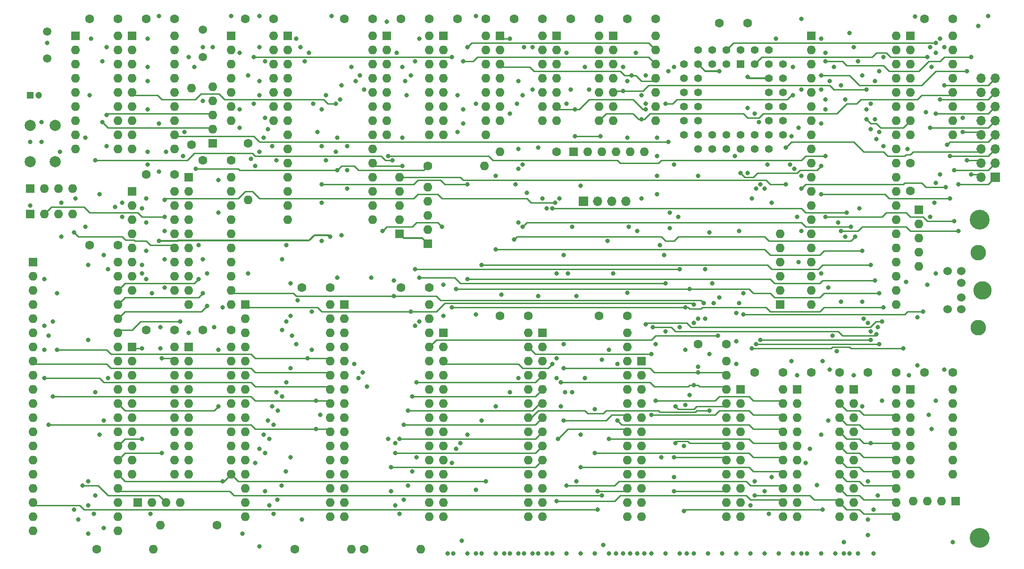
<source format=gbr>
G04 #@! TF.GenerationSoftware,KiCad,Pcbnew,(5.1.8)-1*
G04 #@! TF.CreationDate,2024-05-17T15:13:10-06:00*
G04 #@! TF.ProjectId,8088 PCB,38303838-2050-4434-922e-6b696361645f,rev?*
G04 #@! TF.SameCoordinates,Original*
G04 #@! TF.FileFunction,Copper,L2,Inr*
G04 #@! TF.FilePolarity,Positive*
%FSLAX46Y46*%
G04 Gerber Fmt 4.6, Leading zero omitted, Abs format (unit mm)*
G04 Created by KiCad (PCBNEW (5.1.8)-1) date 2024-05-17 15:13:10*
%MOMM*%
%LPD*%
G01*
G04 APERTURE LIST*
G04 #@! TA.AperFunction,ComponentPad*
%ADD10O,1.600000X1.600000*%
G04 #@! TD*
G04 #@! TA.AperFunction,ComponentPad*
%ADD11C,1.600000*%
G04 #@! TD*
G04 #@! TA.AperFunction,ComponentPad*
%ADD12R,1.600000X1.600000*%
G04 #@! TD*
G04 #@! TA.AperFunction,ComponentPad*
%ADD13O,1.700000X1.700000*%
G04 #@! TD*
G04 #@! TA.AperFunction,ComponentPad*
%ADD14R,1.700000X1.700000*%
G04 #@! TD*
G04 #@! TA.AperFunction,ComponentPad*
%ADD15C,1.500000*%
G04 #@! TD*
G04 #@! TA.AperFunction,ComponentPad*
%ADD16C,1.422400*%
G04 #@! TD*
G04 #@! TA.AperFunction,ComponentPad*
%ADD17R,1.422400X1.422400*%
G04 #@! TD*
G04 #@! TA.AperFunction,ComponentPad*
%ADD18C,2.000000*%
G04 #@! TD*
G04 #@! TA.AperFunction,ComponentPad*
%ADD19C,1.200000*%
G04 #@! TD*
G04 #@! TA.AperFunction,ComponentPad*
%ADD20R,1.200000X1.200000*%
G04 #@! TD*
G04 #@! TA.AperFunction,ComponentPad*
%ADD21C,3.556000*%
G04 #@! TD*
G04 #@! TA.AperFunction,ComponentPad*
%ADD22C,2.794000*%
G04 #@! TD*
G04 #@! TA.AperFunction,ComponentPad*
%ADD23C,3.302000*%
G04 #@! TD*
G04 #@! TA.AperFunction,ComponentPad*
%ADD24C,1.524000*%
G04 #@! TD*
G04 #@! TA.AperFunction,ViaPad*
%ADD25C,0.800000*%
G04 #@! TD*
G04 #@! TA.AperFunction,Conductor*
%ADD26C,0.250000*%
G04 #@! TD*
G04 #@! TA.AperFunction,Conductor*
%ADD27C,0.330200*%
G04 #@! TD*
G04 APERTURE END LIST*
D10*
G04 #@! TO.N,/DEN*
G04 #@! TO.C,R15*
X83820000Y-131064000D03*
D11*
G04 #@! TO.N,/5+*
X93980000Y-131064000D03*
G04 #@! TD*
D10*
G04 #@! TO.N,/AEN*
G04 #@! TO.C,R17*
X195072000Y-78740000D03*
G04 #@! TO.N,/DRQ3*
X195072000Y-81280000D03*
G04 #@! TO.N,/DRQ2*
X195072000Y-83820000D03*
G04 #@! TO.N,/DRQ1*
X195072000Y-86360000D03*
G04 #@! TO.N,/DRQ0_*
X195072000Y-88900000D03*
D12*
G04 #@! TO.N,/GND*
X195072000Y-91440000D03*
G04 #@! TD*
D10*
G04 #@! TO.N,/760_WR*
G04 #@! TO.C,R12*
X170688000Y-64008000D03*
G04 #@! TO.N,/CH_CK_*
X168148000Y-64008000D03*
G04 #@! TO.N,/EOP*
X165608000Y-64008000D03*
G04 #@! TO.N,/CS_61_RD*
X163068000Y-64008000D03*
G04 #@! TO.N,/CS_61_WR*
X160528000Y-64008000D03*
D12*
G04 #@! TO.N,/5+*
X157988000Y-64008000D03*
G04 #@! TD*
D10*
G04 #@! TO.N,/00_CS*
G04 #@! TO.C,R8*
X131826000Y-70358000D03*
G04 #@! TO.N,/20_CS*
X131826000Y-72898000D03*
G04 #@! TO.N,/40_CS*
X131826000Y-75438000D03*
G04 #@! TO.N,/RDY1*
X131826000Y-77978000D03*
D12*
G04 #@! TO.N,/5+*
X131826000Y-80518000D03*
G04 #@! TD*
D10*
G04 #@! TO.N,/E0_CS*
G04 #@! TO.C,R10*
X126746000Y-68580000D03*
G04 #@! TO.N,/80_CS*
X126746000Y-71120000D03*
G04 #@! TO.N,/61_CS*
X126746000Y-73660000D03*
G04 #@! TO.N,/60_CS*
X126746000Y-76200000D03*
D12*
G04 #@! TO.N,/5+*
X126746000Y-78740000D03*
G04 #@! TD*
D13*
G04 #@! TO.N,/GND*
G04 #@! TO.C,J4*
X231140000Y-50800000D03*
G04 #@! TO.N,/D0*
X233680000Y-50800000D03*
G04 #@! TO.N,/GND*
X231140000Y-53340000D03*
G04 #@! TO.N,/D1*
X233680000Y-53340000D03*
G04 #@! TO.N,/5+*
X231140000Y-55880000D03*
G04 #@! TO.N,/D2*
X233680000Y-55880000D03*
G04 #@! TO.N,Net-(J4-Pad10)*
X231140000Y-58420000D03*
G04 #@! TO.N,/D3*
X233680000Y-58420000D03*
G04 #@! TO.N,/A2*
X231140000Y-60960000D03*
G04 #@! TO.N,/D4*
X233680000Y-60960000D03*
G04 #@! TO.N,/E0_CS*
X231140000Y-63500000D03*
G04 #@! TO.N,/D5*
X233680000Y-63500000D03*
G04 #@! TO.N,/IORD*
X231140000Y-66040000D03*
G04 #@! TO.N,/D6*
X233680000Y-66040000D03*
G04 #@! TO.N,/IOWR*
X231140000Y-68580000D03*
D14*
G04 #@! TO.N,/D7*
X233680000Y-68580000D03*
G04 #@! TD*
D10*
G04 #@! TO.N,/DACK1*
G04 #@! TO.C,R16*
X219964000Y-84582000D03*
G04 #@! TO.N,/REFRQ*
X219964000Y-82042000D03*
G04 #@! TO.N,/DACK3*
X219964000Y-79502000D03*
G04 #@! TO.N,/DACK2*
X219964000Y-76962000D03*
D12*
G04 #@! TO.N,/5+*
X219964000Y-74422000D03*
G04 #@! TD*
D10*
G04 #@! TO.N,Net-(R14-Pad4)*
G04 #@! TO.C,R14*
X87376000Y-127000000D03*
G04 #@! TO.N,/NMI*
X84836000Y-127000000D03*
G04 #@! TO.N,/HOLD*
X82296000Y-127000000D03*
D12*
G04 #@! TO.N,/GND*
X79756000Y-127000000D03*
G04 #@! TD*
D10*
G04 #@! TO.N,/IORD*
G04 #@! TO.C,R2*
X68072000Y-70612000D03*
G04 #@! TO.N,/PU1*
X65532000Y-70612000D03*
G04 #@! TO.N,/RESET*
X62992000Y-70612000D03*
D12*
G04 #@! TO.N,/5+*
X60452000Y-70612000D03*
G04 #@! TD*
D10*
G04 #@! TO.N,/IOWR*
G04 #@! TO.C,R1*
X68072000Y-75184000D03*
G04 #@! TO.N,/MRD*
X65532000Y-75184000D03*
G04 #@! TO.N,/MWR*
X62992000Y-75184000D03*
D12*
G04 #@! TO.N,/5+*
X60452000Y-75184000D03*
G04 #@! TD*
D10*
G04 #@! TO.N,/X1*
G04 #@! TO.C,R18*
X93218000Y-52324000D03*
G04 #@! TO.N,/X2*
X93218000Y-54864000D03*
G04 #@! TO.N,/X1A*
X93218000Y-57404000D03*
G04 #@! TO.N,/X2A*
X93218000Y-59944000D03*
D12*
G04 #@! TO.N,/GND*
X93218000Y-62484000D03*
G04 #@! TD*
D10*
G04 #@! TO.N,/SPK_PIN*
G04 #@! TO.C,R13*
X144780000Y-64008000D03*
D11*
G04 #@! TO.N,/SPK_PIN_O*
X154940000Y-64008000D03*
G04 #@! TD*
D10*
G04 #@! TO.N,/CLK88_1*
G04 #@! TO.C,R11*
X141986000Y-66548000D03*
D11*
G04 #@! TO.N,/CLK*
X131826000Y-66548000D03*
G04 #@! TD*
D10*
G04 #@! TO.N,/CLK1*
G04 #@! TO.C,R9*
X82550000Y-135382000D03*
D11*
G04 #@! TO.N,/CLK_88*
X72390000Y-135382000D03*
G04 #@! TD*
D10*
G04 #@! TO.N,/CH_CK*
G04 #@! TO.C,R7*
X218948000Y-126746000D03*
G04 #@! TO.N,/T1*
X221488000Y-126746000D03*
G04 #@! TO.N,/T0*
X224028000Y-126746000D03*
D12*
G04 #@! TO.N,/5+*
X226568000Y-126746000D03*
G04 #@! TD*
D10*
G04 #@! TO.N,/OSC88*
G04 #@! TO.C,R6*
X118110000Y-135382000D03*
D11*
G04 #@! TO.N,/OSC*
X107950000Y-135382000D03*
G04 #@! TD*
D10*
G04 #@! TO.N,/OSC*
G04 #@! TO.C,R5*
X99568000Y-72644000D03*
D11*
G04 #@! TO.N,/OSC88HF*
X99568000Y-62484000D03*
G04 #@! TD*
D10*
G04 #@! TO.N,/PCLK*
G04 #@! TO.C,R4*
X89408000Y-52578000D03*
D11*
G04 #@! TO.N,/PCLK88*
X89408000Y-62738000D03*
G04 #@! TD*
D10*
G04 #@! TO.N,/CLK88*
G04 #@! TO.C,R3*
X130556000Y-135382000D03*
D11*
G04 #@! TO.N,/CLK*
X120396000Y-135382000D03*
G04 #@! TD*
D13*
G04 #@! TO.N,/5+*
G04 #@! TO.C,J3*
X167386000Y-72898000D03*
G04 #@! TO.N,/GND*
X164846000Y-72898000D03*
G04 #@! TO.N,Net-(J3-Pad2)*
X162306000Y-72898000D03*
D14*
G04 #@! TO.N,/SPK_PIN_O*
X159766000Y-72898000D03*
G04 #@! TD*
D11*
G04 #@! TO.N,/GND*
G04 #@! TO.C,C26*
X157560000Y-40132000D03*
G04 #@! TO.N,/5+*
X162560000Y-40132000D03*
G04 #@! TD*
G04 #@! TO.N,/GND*
G04 #@! TO.C,C25*
X147400000Y-40132000D03*
G04 #@! TO.N,/5+*
X152400000Y-40132000D03*
G04 #@! TD*
G04 #@! TO.N,/GND*
G04 #@! TO.C,C24*
X200740000Y-103632000D03*
G04 #@! TO.N,/5+*
X205740000Y-103632000D03*
G04 #@! TD*
G04 #@! TO.N,/GND*
G04 #@! TO.C,C23*
X210900000Y-103632000D03*
G04 #@! TO.N,/5+*
X215900000Y-103632000D03*
G04 #@! TD*
G04 #@! TO.N,/GND*
G04 #@! TO.C,C22*
X71200000Y-40132000D03*
G04 #@! TO.N,/5+*
X76200000Y-40132000D03*
G04 #@! TD*
G04 #@! TO.N,/GND*
G04 #@! TO.C,C21*
X167720000Y-40132000D03*
G04 #@! TO.N,/5+*
X172720000Y-40132000D03*
G04 #@! TD*
G04 #@! TO.N,/GND*
G04 #@! TO.C,C20*
X221060000Y-103632000D03*
G04 #@! TO.N,/5+*
X226060000Y-103632000D03*
G04 #@! TD*
G04 #@! TO.N,/GND*
G04 #@! TO.C,C19*
X184230000Y-40894000D03*
G04 #@! TO.N,/5+*
X189230000Y-40894000D03*
G04 #@! TD*
G04 #@! TO.N,/GND*
G04 #@! TO.C,C18*
X99140000Y-40132000D03*
G04 #@! TO.N,/5+*
X104140000Y-40132000D03*
G04 #@! TD*
G04 #@! TO.N,/GND*
G04 #@! TO.C,C17*
X81360000Y-40132000D03*
G04 #@! TO.N,/5+*
X86360000Y-40132000D03*
G04 #@! TD*
G04 #@! TO.N,/GND*
G04 #@! TO.C,C16*
X137240000Y-40132000D03*
G04 #@! TO.N,/5+*
X142240000Y-40132000D03*
G04 #@! TD*
G04 #@! TO.N,/GND*
G04 #@! TO.C,C15*
X144860000Y-93472000D03*
G04 #@! TO.N,/5+*
X149860000Y-93472000D03*
G04 #@! TD*
G04 #@! TO.N,/GND*
G04 #@! TO.C,C14*
X127080000Y-88392000D03*
G04 #@! TO.N,/5+*
X132080000Y-88392000D03*
G04 #@! TD*
G04 #@! TO.N,/GND*
G04 #@! TO.C,C13*
X109300000Y-88392000D03*
G04 #@! TO.N,/5+*
X114300000Y-88392000D03*
G04 #@! TD*
G04 #@! TO.N,/GND*
G04 #@! TO.C,C12*
X127080000Y-40132000D03*
G04 #@! TO.N,/5+*
X132080000Y-40132000D03*
G04 #@! TD*
G04 #@! TO.N,/GND*
G04 #@! TO.C,C11*
X190580000Y-103632000D03*
G04 #@! TO.N,/5+*
X195580000Y-103632000D03*
G04 #@! TD*
G04 #@! TO.N,/GND*
G04 #@! TO.C,C10*
X218440000Y-71040000D03*
G04 #@! TO.N,/5+*
X218440000Y-66040000D03*
G04 #@! TD*
G04 #@! TO.N,/GND*
G04 #@! TO.C,C9*
X116920000Y-40132000D03*
G04 #@! TO.N,/5+*
X121920000Y-40132000D03*
G04 #@! TD*
G04 #@! TO.N,/GND*
G04 #@! TO.C,C8*
X81360000Y-68072000D03*
G04 #@! TO.N,/5+*
X86360000Y-68072000D03*
G04 #@! TD*
G04 #@! TO.N,/GND*
G04 #@! TO.C,C7*
X221060000Y-40132000D03*
G04 #@! TO.N,/5+*
X226060000Y-40132000D03*
G04 #@! TD*
G04 #@! TO.N,/GND*
G04 #@! TO.C,C6*
X162640000Y-93472000D03*
G04 #@! TO.N,/5+*
X167640000Y-93472000D03*
G04 #@! TD*
G04 #@! TO.N,/GND*
G04 #@! TO.C,C5*
X180420000Y-98552000D03*
G04 #@! TO.N,/5+*
X185420000Y-98552000D03*
G04 #@! TD*
G04 #@! TO.N,/GND*
G04 #@! TO.C,C4*
X81360000Y-96012000D03*
G04 #@! TO.N,/5+*
X86360000Y-96012000D03*
G04 #@! TD*
G04 #@! TO.N,/GND*
G04 #@! TO.C,C3*
X91520000Y-65532000D03*
G04 #@! TO.N,/5+*
X96520000Y-65532000D03*
G04 #@! TD*
G04 #@! TO.N,/GND*
G04 #@! TO.C,C2*
X91520000Y-96012000D03*
G04 #@! TO.N,/5+*
X96520000Y-96012000D03*
G04 #@! TD*
G04 #@! TO.N,/GND*
G04 #@! TO.C,C1*
X71200000Y-80772000D03*
G04 #@! TO.N,/5+*
X76200000Y-80772000D03*
G04 #@! TD*
D15*
G04 #@! TO.N,/X1A*
G04 #@! TO.C,Y2*
X63500000Y-42418000D03*
G04 #@! TO.N,/X2A*
X63500000Y-47318000D03*
G04 #@! TD*
G04 #@! TO.N,/X1*
G04 #@! TO.C,Y1*
X91440000Y-42090000D03*
G04 #@! TO.N,/X2*
X91440000Y-46990000D03*
G04 #@! TD*
D10*
G04 #@! TO.N,/5+*
G04 #@! TO.C,U26*
X162560000Y-43180000D03*
G04 #@! TO.N,/GND*
X154940000Y-58420000D03*
G04 #@! TO.N,N/C*
X162560000Y-45720000D03*
G04 #@! TO.N,/CS_61_RD*
X154940000Y-55880000D03*
G04 #@! TO.N,N/C*
X162560000Y-48260000D03*
G04 #@! TO.N,/IORD*
X154940000Y-53340000D03*
G04 #@! TO.N,N/C*
X162560000Y-50800000D03*
G04 #@! TO.N,/61_CS*
X154940000Y-50800000D03*
G04 #@! TO.N,/80_CS*
X162560000Y-53340000D03*
G04 #@! TO.N,/CS_61_WR*
X154940000Y-48260000D03*
G04 #@! TO.N,/IOWR*
X162560000Y-55880000D03*
X154940000Y-45720000D03*
G04 #@! TO.N,/760_WR*
X162560000Y-58420000D03*
D12*
G04 #@! TO.N,/61_CS*
X154940000Y-43180000D03*
G04 #@! TD*
D10*
G04 #@! TO.N,/5+*
G04 #@! TO.C,U25*
X152400000Y-43180000D03*
G04 #@! TO.N,/GND*
X144780000Y-58420000D03*
G04 #@! TO.N,N/C*
X152400000Y-45720000D03*
G04 #@! TO.N,/SPK_PIN*
X144780000Y-55880000D03*
G04 #@! TO.N,N/C*
X152400000Y-48260000D03*
G04 #@! TO.N,/SPK_OUT*
X144780000Y-53340000D03*
G04 #@! TO.N,N/C*
X152400000Y-50800000D03*
G04 #@! TO.N,/SPK_EN*
X144780000Y-50800000D03*
G04 #@! TO.N,N/C*
X152400000Y-53340000D03*
G04 #@! TO.N,/CH_CK_*
X144780000Y-48260000D03*
G04 #@! TO.N,N/C*
X152400000Y-55880000D03*
G04 #@! TO.N,/CH_CK*
X144780000Y-45720000D03*
G04 #@! TO.N,N/C*
X152400000Y-58420000D03*
D12*
G04 #@! TO.N,/NMI_EN*
X144780000Y-43180000D03*
G04 #@! TD*
D10*
G04 #@! TO.N,/5+*
G04 #@! TO.C,U24*
X205740000Y-106680000D03*
G04 #@! TO.N,/GND*
X198120000Y-129540000D03*
G04 #@! TO.N,/PORT_61_7*
X205740000Y-109220000D03*
G04 #@! TO.N,/D0*
X198120000Y-127000000D03*
G04 #@! TO.N,/PORT_61_6*
X205740000Y-111760000D03*
G04 #@! TO.N,/D1*
X198120000Y-124460000D03*
G04 #@! TO.N,/NMI_EN*
X205740000Y-114300000D03*
G04 #@! TO.N,/D2*
X198120000Y-121920000D03*
G04 #@! TO.N,/PORT_61_4*
X205740000Y-116840000D03*
G04 #@! TO.N,/D3*
X198120000Y-119380000D03*
G04 #@! TO.N,/PORT_61_3*
X205740000Y-119380000D03*
G04 #@! TO.N,/D4*
X198120000Y-116840000D03*
G04 #@! TO.N,/PORT_61_2*
X205740000Y-121920000D03*
G04 #@! TO.N,/D5*
X198120000Y-114300000D03*
G04 #@! TO.N,/SPK_EN*
X205740000Y-124460000D03*
G04 #@! TO.N,/D6*
X198120000Y-111760000D03*
G04 #@! TO.N,/SPK_GO*
X205740000Y-127000000D03*
G04 #@! TO.N,/D7*
X198120000Y-109220000D03*
G04 #@! TO.N,/CS_61_WR_*
X205740000Y-129540000D03*
D12*
G04 #@! TO.N,/GND*
X198120000Y-106680000D03*
G04 #@! TD*
D10*
G04 #@! TO.N,/5+*
G04 #@! TO.C,U23*
X215900000Y-106680000D03*
G04 #@! TO.N,/GND*
X208280000Y-129540000D03*
G04 #@! TO.N,/CS_61_RD*
X215900000Y-109220000D03*
G04 #@! TO.N,/D0*
X208280000Y-127000000D03*
G04 #@! TO.N,/PORT_61_7*
X215900000Y-111760000D03*
G04 #@! TO.N,/D1*
X208280000Y-124460000D03*
G04 #@! TO.N,/PORT_61_6*
X215900000Y-114300000D03*
G04 #@! TO.N,/D2*
X208280000Y-121920000D03*
G04 #@! TO.N,/NMI_EN*
X215900000Y-116840000D03*
G04 #@! TO.N,/D3*
X208280000Y-119380000D03*
G04 #@! TO.N,/PORT_61_4*
X215900000Y-119380000D03*
G04 #@! TO.N,/D4*
X208280000Y-116840000D03*
G04 #@! TO.N,/PORT_61_3*
X215900000Y-121920000D03*
G04 #@! TO.N,/D5*
X208280000Y-114300000D03*
G04 #@! TO.N,/PORT_61_2*
X215900000Y-124460000D03*
G04 #@! TO.N,/D6*
X208280000Y-111760000D03*
G04 #@! TO.N,/SPK_EN*
X215900000Y-127000000D03*
G04 #@! TO.N,/D7*
X208280000Y-109220000D03*
G04 #@! TO.N,/SPK_GO*
X215900000Y-129540000D03*
D12*
G04 #@! TO.N,/GND*
X208280000Y-106680000D03*
G04 #@! TD*
D10*
G04 #@! TO.N,/5+*
G04 #@! TO.C,U22*
X76200000Y-43180000D03*
G04 #@! TO.N,/GND*
X68580000Y-63500000D03*
G04 #@! TO.N,/X1A*
X76200000Y-45720000D03*
G04 #@! TO.N,/CLK1*
X68580000Y-60960000D03*
G04 #@! TO.N,/X2A*
X76200000Y-48260000D03*
G04 #@! TO.N,/5+*
X68580000Y-58420000D03*
G04 #@! TO.N,/GND*
X76200000Y-50800000D03*
X68580000Y-55880000D03*
G04 #@! TO.N,Net-(U22-Pad14)*
X76200000Y-53340000D03*
G04 #@! TO.N,/READY1*
X68580000Y-53340000D03*
G04 #@! TO.N,/GND*
X76200000Y-55880000D03*
G04 #@! TO.N,/RDY1*
X68580000Y-50800000D03*
G04 #@! TO.N,Net-(U22-Pad12)*
X76200000Y-58420000D03*
G04 #@! TO.N,/GND*
X68580000Y-48260000D03*
G04 #@! TO.N,/RESET*
X76200000Y-60960000D03*
G04 #@! TO.N,Net-(U22-Pad2)*
X68580000Y-45720000D03*
G04 #@! TO.N,/RESET1*
X76200000Y-63500000D03*
D12*
G04 #@! TO.N,/GND*
X68580000Y-43180000D03*
G04 #@! TD*
D10*
G04 #@! TO.N,/5+*
G04 #@! TO.C,U21*
X172720000Y-43180000D03*
G04 #@! TO.N,/GND*
X165100000Y-58420000D03*
G04 #@! TO.N,/IOM*
X172720000Y-45720000D03*
G04 #@! TO.N,/TC*
X165100000Y-55880000D03*
G04 #@! TO.N,/IOM_*
X172720000Y-48260000D03*
G04 #@! TO.N,/EOP*
X165100000Y-53340000D03*
G04 #@! TO.N,/CH_CK_*
X172720000Y-50800000D03*
G04 #@! TO.N,/AEN_OE*
X165100000Y-50800000D03*
G04 #@! TO.N,/NMI*
X172720000Y-53340000D03*
G04 #@! TO.N,/AEN*
X165100000Y-48260000D03*
G04 #@! TO.N,/CS_61_WR*
X172720000Y-55880000D03*
G04 #@! TO.N,/KBD_CLK_INVERTED*
X165100000Y-45720000D03*
G04 #@! TO.N,/CS_61_WR_*
X172720000Y-58420000D03*
D12*
G04 #@! TO.N,/KBD_CLK*
X165100000Y-43180000D03*
G04 #@! TD*
D10*
G04 #@! TO.N,/5+*
G04 #@! TO.C,U20*
X226060000Y-106680000D03*
G04 #@! TO.N,/GND*
X218440000Y-121920000D03*
G04 #@! TO.N,N/C*
X226060000Y-109220000D03*
X218440000Y-119380000D03*
X226060000Y-111760000D03*
X218440000Y-116840000D03*
X226060000Y-114300000D03*
G04 #@! TO.N,/T1*
X218440000Y-114300000D03*
G04 #@! TO.N,N/C*
X226060000Y-116840000D03*
G04 #@! TO.N,/KBD_DATA*
X218440000Y-111760000D03*
G04 #@! TO.N,N/C*
X226060000Y-119380000D03*
G04 #@! TO.N,/T0*
X218440000Y-109220000D03*
G04 #@! TO.N,N/C*
X226060000Y-121920000D03*
D12*
G04 #@! TO.N,/KBD_CLK_INVERTED*
X218440000Y-106680000D03*
G04 #@! TD*
D16*
G04 #@! TO.N,/IRQ1*
G04 #@! TO.C,U19*
X195580000Y-48260000D03*
G04 #@! TO.N,Net-(U19-Pad37)*
X195580000Y-50800000D03*
G04 #@! TO.N,Net-(U19-Pad35)*
X195580000Y-53340000D03*
G04 #@! TO.N,Net-(U19-Pad33)*
X195580000Y-55880000D03*
G04 #@! TO.N,Net-(U19-Pad31)*
X195580000Y-58420000D03*
G04 #@! TO.N,Net-(U19-Pad40)*
X193040000Y-45720000D03*
G04 #@! TO.N,/5+*
X193040000Y-50800000D03*
G04 #@! TO.N,Net-(U19-Pad36)*
X193040000Y-53340000D03*
G04 #@! TO.N,Net-(U19-Pad34)*
X193040000Y-55880000D03*
G04 #@! TO.N,Net-(U19-Pad32)*
X193040000Y-58420000D03*
G04 #@! TO.N,Net-(U19-Pad30)*
X193040000Y-60960000D03*
G04 #@! TO.N,Net-(U19-Pad28)*
X193040000Y-63500000D03*
G04 #@! TO.N,Net-(U19-Pad26)*
X190500000Y-63500000D03*
G04 #@! TO.N,Net-(U19-Pad24)*
X187960000Y-63500000D03*
G04 #@! TO.N,/GND*
X185420000Y-63500000D03*
G04 #@! TO.N,/D6*
X182880000Y-63500000D03*
G04 #@! TO.N,/D4*
X180340000Y-63500000D03*
G04 #@! TO.N,Net-(U19-Pad29)*
X195580000Y-60960000D03*
G04 #@! TO.N,Net-(U19-Pad27)*
X190500000Y-60960000D03*
G04 #@! TO.N,Net-(U19-Pad25)*
X187960000Y-60960000D03*
G04 #@! TO.N,Net-(U19-Pad23)*
X185420000Y-60960000D03*
G04 #@! TO.N,/D7*
X182880000Y-60960000D03*
G04 #@! TO.N,/D5*
X180340000Y-60960000D03*
G04 #@! TO.N,/D3*
X177800000Y-60960000D03*
G04 #@! TO.N,/D1*
X177800000Y-58420000D03*
G04 #@! TO.N,Net-(U19-Pad13)*
X177800000Y-55880000D03*
G04 #@! TO.N,/IOWR*
X177800000Y-53340000D03*
G04 #@! TO.N,/IORD*
X177800000Y-50800000D03*
G04 #@! TO.N,/60_CS*
X177800000Y-48260000D03*
G04 #@! TO.N,/D2*
X180340000Y-58420000D03*
G04 #@! TO.N,/D0*
X180340000Y-55880000D03*
G04 #@! TO.N,Net-(U19-Pad12)*
X180340000Y-53340000D03*
G04 #@! TO.N,/A2*
X180340000Y-50800000D03*
G04 #@! TO.N,/GND*
X180340000Y-48260000D03*
G04 #@! TO.N,/KBD_DATA*
X190500000Y-45720000D03*
G04 #@! TO.N,/5+*
X187960000Y-45720000D03*
G04 #@! TO.N,Net-(U19-Pad6)*
X180340000Y-45720000D03*
G04 #@! TO.N,Net-(U19-Pad4)*
X182880000Y-45720000D03*
G04 #@! TO.N,/T0*
X185420000Y-45720000D03*
G04 #@! TO.N,/KBD_CLK*
X193040000Y-48260000D03*
G04 #@! TO.N,/T1*
X190500000Y-48260000D03*
G04 #@! TO.N,/RESET*
X182880000Y-48260000D03*
G04 #@! TO.N,/HF_OSC*
X185420000Y-48260000D03*
D17*
G04 #@! TO.N,Net-(U19-Pad1)*
X187960000Y-48260000D03*
G04 #@! TD*
D10*
G04 #@! TO.N,/5+*
G04 #@! TO.C,U18*
X104140000Y-43180000D03*
G04 #@! TO.N,/GND*
X96520000Y-58420000D03*
G04 #@! TO.N,/5+*
X104140000Y-45720000D03*
G04 #@! TO.N,/FB2*
X96520000Y-55880000D03*
G04 #@! TO.N,/FB1*
X104140000Y-48260000D03*
G04 #@! TO.N,/HF_PCLK*
X96520000Y-53340000D03*
G04 #@! TO.N,/OSC88HF*
X104140000Y-50800000D03*
G04 #@! TO.N,/5+*
X96520000Y-50800000D03*
X104140000Y-53340000D03*
G04 #@! TO.N,/PCLK88*
X96520000Y-48260000D03*
G04 #@! TO.N,/HF_OSC*
X104140000Y-55880000D03*
G04 #@! TO.N,/FB2*
X96520000Y-45720000D03*
G04 #@! TO.N,/FB1*
X104140000Y-58420000D03*
D12*
G04 #@! TO.N,/5+*
X96520000Y-43180000D03*
G04 #@! TD*
D10*
G04 #@! TO.N,/5+*
G04 #@! TO.C,U17*
X86360000Y-43180000D03*
G04 #@! TO.N,/GND*
X78740000Y-63500000D03*
G04 #@! TO.N,/X1*
X86360000Y-45720000D03*
G04 #@! TO.N,/CLK*
X78740000Y-60960000D03*
G04 #@! TO.N,/X2*
X86360000Y-48260000D03*
G04 #@! TO.N,/5+*
X78740000Y-58420000D03*
G04 #@! TO.N,/GND*
X86360000Y-50800000D03*
X78740000Y-55880000D03*
G04 #@! TO.N,Net-(U17-Pad14)*
X86360000Y-53340000D03*
G04 #@! TO.N,/READY*
X78740000Y-53340000D03*
G04 #@! TO.N,/GND*
X86360000Y-55880000D03*
G04 #@! TO.N,/RDY1*
X78740000Y-50800000D03*
G04 #@! TO.N,/OSC*
X86360000Y-58420000D03*
G04 #@! TO.N,/GND*
X78740000Y-48260000D03*
G04 #@! TO.N,/RESET*
X86360000Y-60960000D03*
G04 #@! TO.N,/PCLK*
X78740000Y-45720000D03*
G04 #@! TO.N,/RESOUT*
X86360000Y-63500000D03*
D12*
G04 #@! TO.N,/GND*
X78740000Y-43180000D03*
G04 #@! TD*
D10*
G04 #@! TO.N,/5+*
G04 #@! TO.C,U16*
X142240000Y-43180000D03*
G04 #@! TO.N,/GND*
X134620000Y-60960000D03*
G04 #@! TO.N,Net-(U16-Pad15)*
X142240000Y-45720000D03*
G04 #@! TO.N,/CS_ROM*
X134620000Y-58420000D03*
G04 #@! TO.N,Net-(U16-Pad14)*
X142240000Y-48260000D03*
G04 #@! TO.N,/5+*
X134620000Y-55880000D03*
G04 #@! TO.N,Net-(U16-Pad13)*
X142240000Y-50800000D03*
G04 #@! TO.N,/GND*
X134620000Y-53340000D03*
G04 #@! TO.N,Net-(U16-Pad12)*
X142240000Y-53340000D03*
G04 #@! TO.N,/UPPER_512K*
X134620000Y-50800000D03*
G04 #@! TO.N,Net-(U16-Pad11)*
X142240000Y-55880000D03*
G04 #@! TO.N,/A18*
X134620000Y-48260000D03*
G04 #@! TO.N,Net-(U16-Pad10)*
X142240000Y-58420000D03*
G04 #@! TO.N,/A17*
X134620000Y-45720000D03*
G04 #@! TO.N,Net-(U16-Pad9)*
X142240000Y-60960000D03*
D12*
G04 #@! TO.N,/A16*
X134620000Y-43180000D03*
G04 #@! TD*
D10*
G04 #@! TO.N,/5+*
G04 #@! TO.C,U15*
X149860000Y-96520000D03*
G04 #@! TO.N,/GND*
X134620000Y-129540000D03*
G04 #@! TO.N,/A14*
X149860000Y-99060000D03*
G04 #@! TO.N,/D2*
X134620000Y-127000000D03*
G04 #@! TO.N,/A13*
X149860000Y-101600000D03*
G04 #@! TO.N,/D1*
X134620000Y-124460000D03*
G04 #@! TO.N,/A8*
X149860000Y-104140000D03*
G04 #@! TO.N,/D0*
X134620000Y-121920000D03*
G04 #@! TO.N,/A9*
X149860000Y-106680000D03*
G04 #@! TO.N,/A0*
X134620000Y-119380000D03*
G04 #@! TO.N,/A11*
X149860000Y-109220000D03*
G04 #@! TO.N,/A1*
X134620000Y-116840000D03*
G04 #@! TO.N,/MRD*
X149860000Y-111760000D03*
G04 #@! TO.N,/A2*
X134620000Y-114300000D03*
G04 #@! TO.N,/A10*
X149860000Y-114300000D03*
G04 #@! TO.N,/A3*
X134620000Y-111760000D03*
G04 #@! TO.N,/CS_ROM*
X149860000Y-116840000D03*
G04 #@! TO.N,/A4*
X134620000Y-109220000D03*
G04 #@! TO.N,/D7*
X149860000Y-119380000D03*
G04 #@! TO.N,/A5*
X134620000Y-106680000D03*
G04 #@! TO.N,/D6*
X149860000Y-121920000D03*
G04 #@! TO.N,/A6*
X134620000Y-104140000D03*
G04 #@! TO.N,/D5*
X149860000Y-124460000D03*
G04 #@! TO.N,/A7*
X134620000Y-101600000D03*
G04 #@! TO.N,/D4*
X149860000Y-127000000D03*
G04 #@! TO.N,/A12*
X134620000Y-99060000D03*
G04 #@! TO.N,/D3*
X149860000Y-129540000D03*
D12*
G04 #@! TO.N,/A15*
X134620000Y-96520000D03*
G04 #@! TD*
D10*
G04 #@! TO.N,/5+*
G04 #@! TO.C,U14*
X132080000Y-91440000D03*
G04 #@! TO.N,/GND*
X116840000Y-129540000D03*
G04 #@! TO.N,/A15*
X132080000Y-93980000D03*
G04 #@! TO.N,/D2*
X116840000Y-127000000D03*
G04 #@! TO.N,/5+*
X132080000Y-96520000D03*
G04 #@! TO.N,/D1*
X116840000Y-124460000D03*
G04 #@! TO.N,/MWR*
X132080000Y-99060000D03*
G04 #@! TO.N,/D0*
X116840000Y-121920000D03*
G04 #@! TO.N,/A13*
X132080000Y-101600000D03*
G04 #@! TO.N,/A0*
X116840000Y-119380000D03*
G04 #@! TO.N,/A8*
X132080000Y-104140000D03*
G04 #@! TO.N,/A1*
X116840000Y-116840000D03*
G04 #@! TO.N,/A9*
X132080000Y-106680000D03*
G04 #@! TO.N,/A2*
X116840000Y-114300000D03*
G04 #@! TO.N,/A11*
X132080000Y-109220000D03*
G04 #@! TO.N,/A3*
X116840000Y-111760000D03*
G04 #@! TO.N,/MRD*
X132080000Y-111760000D03*
G04 #@! TO.N,/A4*
X116840000Y-109220000D03*
G04 #@! TO.N,/A10*
X132080000Y-114300000D03*
G04 #@! TO.N,/A5*
X116840000Y-106680000D03*
G04 #@! TO.N,/CS_128K*
X132080000Y-116840000D03*
G04 #@! TO.N,/A6*
X116840000Y-104140000D03*
G04 #@! TO.N,/D7*
X132080000Y-119380000D03*
G04 #@! TO.N,/A7*
X116840000Y-101600000D03*
G04 #@! TO.N,/D6*
X132080000Y-121920000D03*
G04 #@! TO.N,/A12*
X116840000Y-99060000D03*
G04 #@! TO.N,/D5*
X132080000Y-124460000D03*
G04 #@! TO.N,/A14*
X116840000Y-96520000D03*
G04 #@! TO.N,/D4*
X132080000Y-127000000D03*
G04 #@! TO.N,/A16*
X116840000Y-93980000D03*
G04 #@! TO.N,/D3*
X132080000Y-129540000D03*
D12*
G04 #@! TO.N,Net-(U14-Pad1)*
X116840000Y-91440000D03*
G04 #@! TD*
D10*
G04 #@! TO.N,/5+*
G04 #@! TO.C,U13*
X114300000Y-91440000D03*
G04 #@! TO.N,/GND*
X99060000Y-129540000D03*
G04 #@! TO.N,/A15*
X114300000Y-93980000D03*
G04 #@! TO.N,/D2*
X99060000Y-127000000D03*
G04 #@! TO.N,/A17*
X114300000Y-96520000D03*
G04 #@! TO.N,/D1*
X99060000Y-124460000D03*
G04 #@! TO.N,/MWR*
X114300000Y-99060000D03*
G04 #@! TO.N,/D0*
X99060000Y-121920000D03*
G04 #@! TO.N,/A13*
X114300000Y-101600000D03*
G04 #@! TO.N,/A0*
X99060000Y-119380000D03*
G04 #@! TO.N,/A8*
X114300000Y-104140000D03*
G04 #@! TO.N,/A1*
X99060000Y-116840000D03*
G04 #@! TO.N,/A9*
X114300000Y-106680000D03*
G04 #@! TO.N,/A2*
X99060000Y-114300000D03*
G04 #@! TO.N,/A11*
X114300000Y-109220000D03*
G04 #@! TO.N,/A3*
X99060000Y-111760000D03*
G04 #@! TO.N,/MRD*
X114300000Y-111760000D03*
G04 #@! TO.N,/A4*
X99060000Y-109220000D03*
G04 #@! TO.N,/A10*
X114300000Y-114300000D03*
G04 #@! TO.N,/A5*
X99060000Y-106680000D03*
G04 #@! TO.N,/CS_512K*
X114300000Y-116840000D03*
G04 #@! TO.N,/A6*
X99060000Y-104140000D03*
G04 #@! TO.N,/D7*
X114300000Y-119380000D03*
G04 #@! TO.N,/A7*
X99060000Y-101600000D03*
G04 #@! TO.N,/D6*
X114300000Y-121920000D03*
G04 #@! TO.N,/A12*
X99060000Y-99060000D03*
G04 #@! TO.N,/D5*
X114300000Y-124460000D03*
G04 #@! TO.N,/A14*
X99060000Y-96520000D03*
G04 #@! TO.N,/D4*
X114300000Y-127000000D03*
G04 #@! TO.N,/A16*
X99060000Y-93980000D03*
G04 #@! TO.N,/D3*
X114300000Y-129540000D03*
D12*
G04 #@! TO.N,/A18*
X99060000Y-91440000D03*
G04 #@! TD*
D10*
G04 #@! TO.N,/5+*
G04 #@! TO.C,U12*
X132080000Y-43180000D03*
G04 #@! TO.N,/GND*
X124460000Y-60960000D03*
G04 #@! TO.N,/UPPER_512K*
X132080000Y-45720000D03*
G04 #@! TO.N,Net-(U12-Pad7)*
X124460000Y-58420000D03*
G04 #@! TO.N,/A17*
X132080000Y-48260000D03*
G04 #@! TO.N,Net-(U12-Pad6)*
X124460000Y-55880000D03*
G04 #@! TO.N,/A18*
X132080000Y-50800000D03*
G04 #@! TO.N,/UPPER_512K*
X124460000Y-53340000D03*
G04 #@! TO.N,/CS_128K*
X132080000Y-53340000D03*
G04 #@! TO.N,/CS_512K*
X124460000Y-50800000D03*
G04 #@! TO.N,Net-(U12-Pad11)*
X132080000Y-55880000D03*
G04 #@! TO.N,/GND*
X124460000Y-48260000D03*
G04 #@! TO.N,Net-(U12-Pad10)*
X132080000Y-58420000D03*
G04 #@! TO.N,/A19*
X124460000Y-45720000D03*
G04 #@! TO.N,Net-(U12-Pad9)*
X132080000Y-60960000D03*
D12*
G04 #@! TO.N,/GND*
X124460000Y-43180000D03*
G04 #@! TD*
D10*
G04 #@! TO.N,/5+*
G04 #@! TO.C,U11*
X195580000Y-106680000D03*
G04 #@! TO.N,/GND*
X187960000Y-129540000D03*
G04 #@! TO.N,/A15*
X195580000Y-109220000D03*
G04 #@! TO.N,/D0*
X187960000Y-127000000D03*
G04 #@! TO.N,/A14*
X195580000Y-111760000D03*
G04 #@! TO.N,/D1*
X187960000Y-124460000D03*
G04 #@! TO.N,/A13*
X195580000Y-114300000D03*
G04 #@! TO.N,/D2*
X187960000Y-121920000D03*
G04 #@! TO.N,/A12*
X195580000Y-116840000D03*
G04 #@! TO.N,/D3*
X187960000Y-119380000D03*
G04 #@! TO.N,/A11*
X195580000Y-119380000D03*
G04 #@! TO.N,/D4*
X187960000Y-116840000D03*
G04 #@! TO.N,/A10*
X195580000Y-121920000D03*
G04 #@! TO.N,/D5*
X187960000Y-114300000D03*
G04 #@! TO.N,/A9*
X195580000Y-124460000D03*
G04 #@! TO.N,/D6*
X187960000Y-111760000D03*
G04 #@! TO.N,/A8*
X195580000Y-127000000D03*
G04 #@! TO.N,/D7*
X187960000Y-109220000D03*
G04 #@! TO.N,/ADSTB*
X195580000Y-129540000D03*
D12*
G04 #@! TO.N,/AEN_OE*
X187960000Y-106680000D03*
G04 #@! TD*
D10*
G04 #@! TO.N,/A7*
G04 #@! TO.C,U10*
X215900000Y-43180000D03*
G04 #@! TO.N,/GND*
X200660000Y-91440000D03*
G04 #@! TO.N,/A6*
X215900000Y-45720000D03*
G04 #@! TO.N,/DRQ0_*
X200660000Y-88900000D03*
G04 #@! TO.N,/A5*
X215900000Y-48260000D03*
G04 #@! TO.N,/DRQ1*
X200660000Y-86360000D03*
G04 #@! TO.N,/A4*
X215900000Y-50800000D03*
G04 #@! TO.N,/DRQ2*
X200660000Y-83820000D03*
G04 #@! TO.N,/EOP*
X215900000Y-53340000D03*
G04 #@! TO.N,/DRQ3*
X200660000Y-81280000D03*
G04 #@! TO.N,/A3*
X215900000Y-55880000D03*
G04 #@! TO.N,/DACK3*
X200660000Y-78740000D03*
G04 #@! TO.N,/A2*
X215900000Y-58420000D03*
G04 #@! TO.N,/DACK2*
X200660000Y-76200000D03*
G04 #@! TO.N,/A1*
X215900000Y-60960000D03*
G04 #@! TO.N,/RESOUT*
X200660000Y-73660000D03*
G04 #@! TO.N,/A0*
X215900000Y-63500000D03*
G04 #@! TO.N,/CLK88_1*
X200660000Y-71120000D03*
G04 #@! TO.N,/5+*
X215900000Y-66040000D03*
G04 #@! TO.N,/00_CS*
X200660000Y-68580000D03*
G04 #@! TO.N,/D0*
X215900000Y-68580000D03*
G04 #@! TO.N,/HOLD*
X200660000Y-66040000D03*
G04 #@! TO.N,/D1*
X215900000Y-71120000D03*
G04 #@! TO.N,/AEN*
X200660000Y-63500000D03*
G04 #@! TO.N,/D2*
X215900000Y-73660000D03*
G04 #@! TO.N,/ADSTB*
X200660000Y-60960000D03*
G04 #@! TO.N,/D3*
X215900000Y-76200000D03*
G04 #@! TO.N,/HOLDA*
X200660000Y-58420000D03*
G04 #@! TO.N,/D4*
X215900000Y-78740000D03*
G04 #@! TO.N,/READY*
X200660000Y-55880000D03*
G04 #@! TO.N,/REFRQ*
X215900000Y-81280000D03*
G04 #@! TO.N,/5+*
X200660000Y-53340000D03*
G04 #@! TO.N,/DACK1*
X215900000Y-83820000D03*
G04 #@! TO.N,/MWR*
X200660000Y-50800000D03*
G04 #@! TO.N,/D5*
X215900000Y-86360000D03*
G04 #@! TO.N,/MRD*
X200660000Y-48260000D03*
G04 #@! TO.N,/D6*
X215900000Y-88900000D03*
G04 #@! TO.N,/IOWR*
X200660000Y-45720000D03*
G04 #@! TO.N,/D7*
X215900000Y-91440000D03*
D12*
G04 #@! TO.N,/IORD*
X200660000Y-43180000D03*
G04 #@! TD*
D10*
G04 #@! TO.N,/5+*
G04 #@! TO.C,U9*
X121920000Y-43180000D03*
G04 #@! TO.N,/GND*
X106680000Y-76200000D03*
G04 #@! TO.N,/A14*
X121920000Y-45720000D03*
G04 #@! TO.N,/40_CS*
X106680000Y-73660000D03*
G04 #@! TO.N,/A13*
X121920000Y-48260000D03*
G04 #@! TO.N,/20_CS*
X106680000Y-71120000D03*
G04 #@! TO.N,/A8*
X121920000Y-50800000D03*
G04 #@! TO.N,/00_CS*
X106680000Y-68580000D03*
G04 #@! TO.N,/A9*
X121920000Y-53340000D03*
G04 #@! TO.N,/A0*
X106680000Y-66040000D03*
G04 #@! TO.N,/A11*
X121920000Y-55880000D03*
G04 #@! TO.N,/A1*
X106680000Y-63500000D03*
G04 #@! TO.N,/IOM_*
X121920000Y-58420000D03*
G04 #@! TO.N,/A2*
X106680000Y-60960000D03*
G04 #@! TO.N,/A10*
X121920000Y-60960000D03*
G04 #@! TO.N,/A3*
X106680000Y-58420000D03*
G04 #@! TO.N,/HOLDA*
X121920000Y-63500000D03*
G04 #@! TO.N,/A4*
X106680000Y-55880000D03*
G04 #@! TO.N,/E0_CS*
X121920000Y-66040000D03*
G04 #@! TO.N,/A5*
X106680000Y-53340000D03*
G04 #@! TO.N,Net-(U9-Pad18)*
X121920000Y-68580000D03*
G04 #@! TO.N,/A6*
X106680000Y-50800000D03*
G04 #@! TO.N,/80_CS*
X121920000Y-71120000D03*
G04 #@! TO.N,/A7*
X106680000Y-48260000D03*
G04 #@! TO.N,/61_CS*
X121920000Y-73660000D03*
G04 #@! TO.N,/A12*
X106680000Y-45720000D03*
G04 #@! TO.N,/60_CS*
X121920000Y-76200000D03*
D12*
G04 #@! TO.N,/A15*
X106680000Y-43180000D03*
G04 #@! TD*
D10*
G04 #@! TO.N,/5+*
G04 #@! TO.C,U8*
X86360000Y-71120000D03*
G04 #@! TO.N,/GND*
X78740000Y-88900000D03*
G04 #@! TO.N,/HOLDA*
X86360000Y-73660000D03*
G04 #@! TO.N,/IORD*
X78740000Y-86360000D03*
G04 #@! TO.N,/PU1*
X86360000Y-76200000D03*
G04 #@! TO.N,/RD*
X78740000Y-83820000D03*
G04 #@! TO.N,/WR*
X86360000Y-78740000D03*
G04 #@! TO.N,/PU1*
X78740000Y-81280000D03*
G04 #@! TO.N,/IOWR*
X86360000Y-81280000D03*
G04 #@! TO.N,/MRD*
X78740000Y-78740000D03*
G04 #@! TO.N,/WR*
X86360000Y-83820000D03*
G04 #@! TO.N,/PU1*
X78740000Y-76200000D03*
X86360000Y-86360000D03*
G04 #@! TO.N,/RD*
X78740000Y-73660000D03*
G04 #@! TO.N,/MWR*
X86360000Y-88900000D03*
D12*
G04 #@! TO.N,/IOM*
X78740000Y-71120000D03*
G04 #@! TD*
D10*
G04 #@! TO.N,/5+*
G04 #@! TO.C,U7*
X226060000Y-43180000D03*
G04 #@! TO.N,/GND*
X218440000Y-60960000D03*
G04 #@! TO.N,/D0*
X226060000Y-45720000D03*
G04 #@! TO.N,/A18*
X218440000Y-58420000D03*
G04 #@! TO.N,/A0*
X226060000Y-48260000D03*
G04 #@! TO.N,/A19*
X218440000Y-55880000D03*
G04 #@! TO.N,/A1*
X226060000Y-50800000D03*
G04 #@! TO.N,/DACK3*
X218440000Y-53340000D03*
G04 #@! TO.N,/760_WR*
X226060000Y-53340000D03*
G04 #@! TO.N,/DACK2*
X218440000Y-50800000D03*
G04 #@! TO.N,/AEN_OE*
X226060000Y-55880000D03*
G04 #@! TO.N,/D3*
X218440000Y-48260000D03*
G04 #@! TO.N,/A16*
X226060000Y-58420000D03*
G04 #@! TO.N,/D2*
X218440000Y-45720000D03*
G04 #@! TO.N,/A17*
X226060000Y-60960000D03*
D12*
G04 #@! TO.N,/D1*
X218440000Y-43180000D03*
G04 #@! TD*
D10*
G04 #@! TO.N,/5+*
G04 #@! TO.C,U6*
X167640000Y-96520000D03*
G04 #@! TO.N,/GND*
X152400000Y-129540000D03*
G04 #@! TO.N,/A0*
X167640000Y-99060000D03*
G04 #@! TO.N,Net-(U6-Pad13)*
X152400000Y-127000000D03*
G04 #@! TO.N,/INTA*
X167640000Y-101600000D03*
G04 #@! TO.N,Net-(U6-Pad12)*
X152400000Y-124460000D03*
G04 #@! TO.N,/IRQ7*
X167640000Y-104140000D03*
G04 #@! TO.N,/D0*
X152400000Y-121920000D03*
G04 #@! TO.N,/IRQ6*
X167640000Y-106680000D03*
G04 #@! TO.N,/D1*
X152400000Y-119380000D03*
G04 #@! TO.N,/IRQ5*
X167640000Y-109220000D03*
G04 #@! TO.N,/D2*
X152400000Y-116840000D03*
G04 #@! TO.N,/IRQ4*
X167640000Y-111760000D03*
G04 #@! TO.N,/D3*
X152400000Y-114300000D03*
G04 #@! TO.N,/IRQ3*
X167640000Y-114300000D03*
G04 #@! TO.N,/D4*
X152400000Y-111760000D03*
G04 #@! TO.N,/IRQ2*
X167640000Y-116840000D03*
G04 #@! TO.N,/D5*
X152400000Y-109220000D03*
G04 #@! TO.N,/IRQ1*
X167640000Y-119380000D03*
G04 #@! TO.N,/D6*
X152400000Y-106680000D03*
G04 #@! TO.N,/IRQ0*
X167640000Y-121920000D03*
G04 #@! TO.N,/D7*
X152400000Y-104140000D03*
G04 #@! TO.N,/INTR*
X167640000Y-124460000D03*
G04 #@! TO.N,/IORD*
X152400000Y-101600000D03*
G04 #@! TO.N,/5+*
X167640000Y-127000000D03*
G04 #@! TO.N,/IOWR*
X152400000Y-99060000D03*
G04 #@! TO.N,Net-(U6-Pad15)*
X167640000Y-129540000D03*
D12*
G04 #@! TO.N,/20_CS*
X152400000Y-96520000D03*
G04 #@! TD*
D10*
G04 #@! TO.N,/5+*
G04 #@! TO.C,U5*
X185420000Y-101600000D03*
G04 #@! TO.N,/GND*
X170180000Y-129540000D03*
G04 #@! TO.N,/IOWR*
X185420000Y-104140000D03*
G04 #@! TO.N,/5+*
X170180000Y-127000000D03*
G04 #@! TO.N,/IORD*
X185420000Y-106680000D03*
G04 #@! TO.N,/IRQ0*
X170180000Y-124460000D03*
G04 #@! TO.N,/40_CS*
X185420000Y-109220000D03*
G04 #@! TO.N,/HF_PCLK*
X170180000Y-121920000D03*
G04 #@! TO.N,/A1*
X185420000Y-111760000D03*
G04 #@! TO.N,/D0*
X170180000Y-119380000D03*
G04 #@! TO.N,/A0*
X185420000Y-114300000D03*
G04 #@! TO.N,/D1*
X170180000Y-116840000D03*
G04 #@! TO.N,/HF_PCLK*
X185420000Y-116840000D03*
G04 #@! TO.N,/D2*
X170180000Y-114300000D03*
G04 #@! TO.N,/SPK_OUT*
X185420000Y-119380000D03*
G04 #@! TO.N,/D3*
X170180000Y-111760000D03*
G04 #@! TO.N,/SPK_GO*
X185420000Y-121920000D03*
G04 #@! TO.N,/D4*
X170180000Y-109220000D03*
G04 #@! TO.N,/HF_PCLK*
X185420000Y-124460000D03*
G04 #@! TO.N,/D5*
X170180000Y-106680000D03*
G04 #@! TO.N,/5+*
X185420000Y-127000000D03*
G04 #@! TO.N,/D6*
X170180000Y-104140000D03*
G04 #@! TO.N,/DRQ0*
X185420000Y-129540000D03*
D12*
G04 #@! TO.N,/D7*
X170180000Y-101600000D03*
G04 #@! TD*
D10*
G04 #@! TO.N,/5+*
G04 #@! TO.C,U4*
X86360000Y-99060000D03*
G04 #@! TO.N,/GND*
X78740000Y-121920000D03*
G04 #@! TO.N,/DEN*
X86360000Y-101600000D03*
G04 #@! TO.N,/AD0*
X78740000Y-119380000D03*
G04 #@! TO.N,/D7*
X86360000Y-104140000D03*
G04 #@! TO.N,/AD1*
X78740000Y-116840000D03*
G04 #@! TO.N,/D6*
X86360000Y-106680000D03*
G04 #@! TO.N,/AD2*
X78740000Y-114300000D03*
G04 #@! TO.N,/D5*
X86360000Y-109220000D03*
G04 #@! TO.N,/AD3*
X78740000Y-111760000D03*
G04 #@! TO.N,/D4*
X86360000Y-111760000D03*
G04 #@! TO.N,/AD4*
X78740000Y-109220000D03*
G04 #@! TO.N,/D3*
X86360000Y-114300000D03*
G04 #@! TO.N,/AD5*
X78740000Y-106680000D03*
G04 #@! TO.N,/D2*
X86360000Y-116840000D03*
G04 #@! TO.N,/AD6*
X78740000Y-104140000D03*
G04 #@! TO.N,/D1*
X86360000Y-119380000D03*
G04 #@! TO.N,/AD7*
X78740000Y-101600000D03*
G04 #@! TO.N,/D0*
X86360000Y-121920000D03*
D12*
G04 #@! TO.N,/DTR*
X78740000Y-99060000D03*
G04 #@! TD*
D10*
G04 #@! TO.N,/5+*
G04 #@! TO.C,U3*
X96520000Y-68580000D03*
G04 #@! TO.N,/GND*
X88900000Y-91440000D03*
G04 #@! TO.N,Net-(U3-Pad19)*
X96520000Y-71120000D03*
G04 #@! TO.N,/A19_*
X88900000Y-88900000D03*
G04 #@! TO.N,Net-(U3-Pad18)*
X96520000Y-73660000D03*
G04 #@! TO.N,/A18_*
X88900000Y-86360000D03*
G04 #@! TO.N,Net-(U3-Pad17)*
X96520000Y-76200000D03*
G04 #@! TO.N,/A17_*
X88900000Y-83820000D03*
G04 #@! TO.N,Net-(U3-Pad16)*
X96520000Y-78740000D03*
G04 #@! TO.N,/A16_*
X88900000Y-81280000D03*
G04 #@! TO.N,/A16*
X96520000Y-81280000D03*
G04 #@! TO.N,Net-(U3-Pad5)*
X88900000Y-78740000D03*
G04 #@! TO.N,/A17*
X96520000Y-83820000D03*
G04 #@! TO.N,Net-(U3-Pad4)*
X88900000Y-76200000D03*
G04 #@! TO.N,/A18*
X96520000Y-86360000D03*
G04 #@! TO.N,Net-(U3-Pad3)*
X88900000Y-73660000D03*
G04 #@! TO.N,/A19*
X96520000Y-88900000D03*
G04 #@! TO.N,Net-(U3-Pad2)*
X88900000Y-71120000D03*
G04 #@! TO.N,/ALE*
X96520000Y-91440000D03*
D12*
G04 #@! TO.N,/HOLDA*
X88900000Y-68580000D03*
G04 #@! TD*
D10*
G04 #@! TO.N,/5+*
G04 #@! TO.C,U2*
X96520000Y-99060000D03*
G04 #@! TO.N,/GND*
X88900000Y-121920000D03*
G04 #@! TO.N,/A7*
X96520000Y-101600000D03*
G04 #@! TO.N,/AD0*
X88900000Y-119380000D03*
G04 #@! TO.N,/A6*
X96520000Y-104140000D03*
G04 #@! TO.N,/AD1*
X88900000Y-116840000D03*
G04 #@! TO.N,/A5*
X96520000Y-106680000D03*
G04 #@! TO.N,/AD2*
X88900000Y-114300000D03*
G04 #@! TO.N,/A4*
X96520000Y-109220000D03*
G04 #@! TO.N,/AD3*
X88900000Y-111760000D03*
G04 #@! TO.N,/A3*
X96520000Y-111760000D03*
G04 #@! TO.N,/AD4*
X88900000Y-109220000D03*
G04 #@! TO.N,/A2*
X96520000Y-114300000D03*
G04 #@! TO.N,/AD5*
X88900000Y-106680000D03*
G04 #@! TO.N,/A1*
X96520000Y-116840000D03*
G04 #@! TO.N,/AD6*
X88900000Y-104140000D03*
G04 #@! TO.N,/A0*
X96520000Y-119380000D03*
G04 #@! TO.N,/AD7*
X88900000Y-101600000D03*
G04 #@! TO.N,/ALE*
X96520000Y-121920000D03*
D12*
G04 #@! TO.N,/HOLDA*
X88900000Y-99060000D03*
G04 #@! TD*
D10*
G04 #@! TO.N,/5+*
G04 #@! TO.C,U1*
X76200000Y-83820000D03*
G04 #@! TO.N,/GND*
X60960000Y-132080000D03*
G04 #@! TO.N,/A15*
X76200000Y-86360000D03*
G04 #@! TO.N,/CLK_88*
X60960000Y-129540000D03*
G04 #@! TO.N,/A16_*
X76200000Y-88900000D03*
G04 #@! TO.N,/INTR*
X60960000Y-127000000D03*
G04 #@! TO.N,/A17_*
X76200000Y-91440000D03*
G04 #@! TO.N,/NMI*
X60960000Y-124460000D03*
G04 #@! TO.N,/A18_*
X76200000Y-93980000D03*
G04 #@! TO.N,/AD0*
X60960000Y-121920000D03*
G04 #@! TO.N,/A19_*
X76200000Y-96520000D03*
G04 #@! TO.N,/AD1*
X60960000Y-119380000D03*
G04 #@! TO.N,Net-(U1-Pad34)*
X76200000Y-99060000D03*
G04 #@! TO.N,/AD2*
X60960000Y-116840000D03*
G04 #@! TO.N,/5+*
X76200000Y-101600000D03*
G04 #@! TO.N,/AD3*
X60960000Y-114300000D03*
G04 #@! TO.N,/RD*
X76200000Y-104140000D03*
G04 #@! TO.N,/AD4*
X60960000Y-111760000D03*
G04 #@! TO.N,/HOLD*
X76200000Y-106680000D03*
G04 #@! TO.N,/AD5*
X60960000Y-109220000D03*
G04 #@! TO.N,/HOLDA*
X76200000Y-109220000D03*
G04 #@! TO.N,/AD6*
X60960000Y-106680000D03*
G04 #@! TO.N,/WR*
X76200000Y-111760000D03*
G04 #@! TO.N,/AD7*
X60960000Y-104140000D03*
G04 #@! TO.N,/IOM*
X76200000Y-114300000D03*
G04 #@! TO.N,/A8*
X60960000Y-101600000D03*
G04 #@! TO.N,/DTR*
X76200000Y-116840000D03*
G04 #@! TO.N,/A9*
X60960000Y-99060000D03*
G04 #@! TO.N,/DEN*
X76200000Y-119380000D03*
G04 #@! TO.N,/A10*
X60960000Y-96520000D03*
G04 #@! TO.N,/ALE*
X76200000Y-121920000D03*
G04 #@! TO.N,/A11*
X60960000Y-93980000D03*
G04 #@! TO.N,/INTA*
X76200000Y-124460000D03*
G04 #@! TO.N,/A12*
X60960000Y-91440000D03*
G04 #@! TO.N,/GND*
X76200000Y-127000000D03*
G04 #@! TO.N,/A13*
X60960000Y-88900000D03*
G04 #@! TO.N,/READY1*
X76200000Y-129540000D03*
G04 #@! TO.N,/A14*
X60960000Y-86360000D03*
G04 #@! TO.N,/RESET1*
X76200000Y-132080000D03*
D12*
G04 #@! TO.N,/GND*
X60960000Y-83820000D03*
G04 #@! TD*
D18*
G04 #@! TO.N,/GND*
G04 #@! TO.C,SW1*
X64952000Y-65786000D03*
G04 #@! TO.N,/RESET*
X60452000Y-65786000D03*
G04 #@! TO.N,/GND*
X64952000Y-59286000D03*
G04 #@! TO.N,/RESET*
X60452000Y-59286000D03*
G04 #@! TD*
D19*
G04 #@! TO.N,/GND*
G04 #@! TO.C,C123*
X61976000Y-53848000D03*
D20*
G04 #@! TO.N,/RESET*
X60476000Y-53848000D03*
G04 #@! TD*
D21*
G04 #@! TO.N,/GND*
G04 #@! TO.C,R*
X230886000Y-76200000D03*
G04 #@! TD*
D22*
G04 #@! TO.N,/GND*
G04 #@! TO.C,J2*
X230632000Y-82143600D03*
G04 #@! TO.N,*
X230632000Y-95656400D03*
D23*
X231444800Y-88900000D03*
D24*
G04 #@! TO.N,Net-(J2-Pad6)*
X225145600Y-92303600D03*
G04 #@! TO.N,/T0*
X225145600Y-85496400D03*
G04 #@! TO.N,Net-(J2-Pad2)*
X227634800Y-90195400D03*
G04 #@! TO.N,/T1*
X227634800Y-87604600D03*
G04 #@! TO.N,/5+*
X227634800Y-92303600D03*
G04 #@! TO.N,/GND*
X227634800Y-85496400D03*
G04 #@! TD*
D21*
G04 #@! TO.N,/GND*
G04 #@! TO.C,R*
X230886000Y-133350000D03*
G04 #@! TD*
D25*
G04 #@! TO.N,/A15*
X107188000Y-87630000D03*
X107188000Y-93472000D03*
X108204000Y-43688000D03*
X171958000Y-136144000D03*
X172720000Y-108712000D03*
X172720000Y-98552000D03*
G04 #@! TO.N,/CLK88*
X163322000Y-134620000D03*
G04 #@! TO.N,/A16_*
X90678000Y-86868000D03*
X90678000Y-80772000D03*
G04 #@! TO.N,/INTR*
X162306000Y-124968000D03*
X162306000Y-128270000D03*
G04 #@! TO.N,/A17_*
X91440000Y-89408000D03*
X91440000Y-83312000D03*
G04 #@! TO.N,/A18_*
X92202000Y-91694000D03*
X92202000Y-85852000D03*
G04 #@! TO.N,/A19_*
X87376000Y-94488000D03*
G04 #@! TO.N,/RD*
X74422000Y-85090000D03*
X74422000Y-104648000D03*
X80518000Y-84328000D03*
X80518000Y-74168000D03*
G04 #@! TO.N,/HOLD*
X72136000Y-107188000D03*
X125476000Y-65532000D03*
X72136000Y-65532006D03*
X72136000Y-125730000D03*
G04 #@! TO.N,/HOLDA*
X94234000Y-109728000D03*
X94234000Y-69088000D03*
X94234000Y-99568000D03*
X117348000Y-62992000D03*
X94234000Y-74930000D03*
X117348000Y-70612000D03*
X117348000Y-67310000D03*
X187960000Y-67818000D03*
X202438000Y-66548000D03*
X202438000Y-58928000D03*
G04 #@! TO.N,/WR*
X73660000Y-82550000D03*
X73660000Y-112268000D03*
X84582000Y-78232000D03*
X84582000Y-83312000D03*
G04 #@! TO.N,/IOM*
X72898000Y-71628000D03*
X72898000Y-114808000D03*
X112776000Y-73152000D03*
X112776000Y-69850000D03*
X138938000Y-45212000D03*
X138938000Y-69850000D03*
G04 #@! TO.N,/A8*
X154178000Y-136144000D03*
X119634000Y-50292000D03*
X154940000Y-104648000D03*
X120142000Y-103632000D03*
X154940000Y-126746000D03*
G04 #@! TO.N,/DTR*
X80518000Y-115570000D03*
X80518000Y-99314000D03*
G04 #@! TO.N,/A9*
X62992000Y-99568000D03*
X156718000Y-136144000D03*
X62992000Y-104648000D03*
X120396000Y-52832000D03*
X156464000Y-107188000D03*
X120904000Y-106172000D03*
X156718000Y-123952000D03*
G04 #@! TO.N,/DEN*
X84074000Y-118110000D03*
X84074000Y-101092000D03*
G04 #@! TO.N,/A10*
X63754000Y-97028000D03*
X63754000Y-113030000D03*
X159258000Y-136144000D03*
X112014000Y-60452000D03*
X159258000Y-114808000D03*
X159258000Y-120650000D03*
X111760000Y-113792000D03*
G04 #@! TO.N,/ALE*
X94996000Y-123190000D03*
X94996000Y-91948000D03*
X142240000Y-123190000D03*
G04 #@! TO.N,/A11*
X64516000Y-107950000D03*
X64516000Y-94488000D03*
X161798000Y-136144000D03*
X111252000Y-55372000D03*
X111760000Y-108712000D03*
X161798000Y-110236000D03*
X161798000Y-118110000D03*
G04 #@! TO.N,/INTA*
X163068000Y-125730000D03*
X163068000Y-101346000D03*
G04 #@! TO.N,/A12*
X110490000Y-46228000D03*
X110998000Y-99568000D03*
X110998000Y-92710000D03*
X164338000Y-136144000D03*
X164338000Y-99568000D03*
X164338000Y-115570000D03*
G04 #@! TO.N,/A13*
X166878000Y-136144000D03*
X65278000Y-99568000D03*
X65278000Y-89408000D03*
X109728000Y-47752000D03*
X110236000Y-101092000D03*
X165862000Y-102108000D03*
X165862000Y-112268000D03*
G04 #@! TO.N,/A14*
X62992000Y-95250000D03*
X62992000Y-86868000D03*
X108966000Y-45212000D03*
X171958000Y-100330000D03*
X171958000Y-111252000D03*
X169418000Y-136144000D03*
X107442000Y-97028000D03*
G04 #@! TO.N,/RESET*
X175006000Y-62230000D03*
X175006000Y-49530000D03*
X60452000Y-62230000D03*
X62484000Y-62230000D03*
G04 #@! TO.N,/A0*
X135382000Y-136144000D03*
X136144000Y-119888000D03*
X100838000Y-119888000D03*
X100838000Y-66548000D03*
X213614000Y-62992000D03*
X178054000Y-109474000D03*
X178054000Y-99568000D03*
X213614002Y-91948000D03*
X136144000Y-91948000D03*
X178054000Y-91948000D03*
X213614000Y-46990000D03*
G04 #@! TO.N,/A1*
X136398000Y-136144000D03*
X101600000Y-117348000D03*
X136906000Y-117348000D03*
X101600000Y-64008000D03*
X212852002Y-89408000D03*
X212852000Y-60452000D03*
X178816000Y-107696000D03*
X136906000Y-88646000D03*
X178816000Y-88646000D03*
X212852000Y-49530000D03*
G04 #@! TO.N,/A2*
X138938000Y-136144000D03*
X102362000Y-114808000D03*
X138938000Y-114808000D03*
X102362000Y-61468000D03*
X212090002Y-87122000D03*
X212090000Y-58166000D03*
X138938000Y-86868000D03*
X212090000Y-51308000D03*
X227838000Y-57912000D03*
X227838000Y-60452000D03*
G04 #@! TO.N,/A3*
X141478000Y-136144000D03*
X141478000Y-112268000D03*
X103124000Y-59944000D03*
X103124000Y-112268000D03*
X211328002Y-84328000D03*
X211328000Y-55372000D03*
X141478000Y-84328000D03*
G04 #@! TO.N,/A4*
X144018000Y-136144000D03*
X144018000Y-109728000D03*
X103886000Y-109728000D03*
X103886000Y-62992000D03*
X112776000Y-56388000D03*
X112776000Y-62992000D03*
X209804000Y-50292000D03*
X209804000Y-81788000D03*
X144018000Y-81534000D03*
G04 #@! TO.N,/A5*
X146558000Y-136144000D03*
X146558000Y-107188000D03*
X104648000Y-107188000D03*
X104648000Y-65532000D03*
X113538000Y-53848000D03*
X113538000Y-65532000D03*
X209042000Y-47752000D03*
X208534000Y-79248000D03*
X147320000Y-79756000D03*
G04 #@! TO.N,/A6*
X149098000Y-136144000D03*
X148082000Y-104648000D03*
X119380000Y-104648000D03*
X118872006Y-51308000D03*
X208280000Y-45212000D03*
X207772000Y-77470000D03*
X148844000Y-77470000D03*
G04 #@! TO.N,/A7*
X154178000Y-102108000D03*
X118618000Y-102108000D03*
X118109988Y-48768000D03*
X151638000Y-136144000D03*
X207518000Y-42672000D03*
X207010000Y-74930000D03*
X154178000Y-74168000D03*
G04 #@! TO.N,/A16*
X130302000Y-43688000D03*
X130302000Y-94488000D03*
X106426000Y-94488000D03*
X106426000Y-80772000D03*
X174498000Y-136144000D03*
X130302000Y-86614000D03*
X174498000Y-87630000D03*
X174498000Y-96266000D03*
X211328000Y-59944000D03*
X211328000Y-96266000D03*
G04 #@! TO.N,/A17*
X129540000Y-47752000D03*
X105664000Y-96012000D03*
X105664000Y-83312000D03*
X129540000Y-95250000D03*
X177038000Y-136144000D03*
X129540000Y-85090000D03*
X177038000Y-85090000D03*
X177038000Y-95504000D03*
X212344000Y-61722000D03*
X212598000Y-95504000D03*
G04 #@! TO.N,/A18*
X128778000Y-50292000D03*
X128778000Y-92710000D03*
X99568000Y-85852000D03*
X179578000Y-136144000D03*
X179578000Y-91440000D03*
X179578000Y-94742000D03*
X210566000Y-58166000D03*
X210820000Y-94742000D03*
G04 #@! TO.N,/A19*
X125730000Y-89916000D03*
X126238000Y-46228000D03*
X182118000Y-136144000D03*
X181356000Y-91186000D03*
X181610000Y-93980000D03*
X210058000Y-93980000D03*
X210566000Y-56388000D03*
G04 #@! TO.N,/D0*
X189738000Y-136144000D03*
X189738000Y-127508000D03*
X189230000Y-56134000D03*
X224536000Y-45212000D03*
X189230000Y-67818000D03*
X223774000Y-68072000D03*
X224536000Y-52070000D03*
G04 #@! TO.N,/D1*
X192278000Y-136144000D03*
X192278000Y-124968000D03*
X102616000Y-124968000D03*
X102616000Y-118110000D03*
X125222000Y-124968000D03*
X125222000Y-120650000D03*
X192278000Y-70612000D03*
X190500000Y-57150000D03*
X223774000Y-43688000D03*
X223012000Y-69596000D03*
X223774000Y-54610000D03*
G04 #@! TO.N,/D2*
X194818000Y-136144000D03*
X193548000Y-122428000D03*
X103378000Y-127508000D03*
X103378000Y-115570000D03*
X125984000Y-118110000D03*
X125984000Y-127508000D03*
X193548000Y-73152000D03*
X191262000Y-58674000D03*
X223012000Y-46228000D03*
X222758000Y-73151994D03*
X223012000Y-57150000D03*
G04 #@! TO.N,/D3*
X197358000Y-136144000D03*
X199644000Y-119888000D03*
X104140000Y-113030000D03*
X104140000Y-129031994D03*
X126746000Y-115570000D03*
X126746000Y-129032000D03*
X198374000Y-59690000D03*
X222250000Y-48768000D03*
X198120000Y-75692000D03*
X221996000Y-75692000D03*
X221996016Y-59689984D03*
G04 #@! TO.N,/D4*
X199898000Y-136144000D03*
X200406000Y-117348000D03*
X104902000Y-110490000D03*
X104865010Y-126492000D03*
X127508000Y-113030000D03*
X127508000Y-126492000D03*
X198882000Y-68326000D03*
X180340000Y-68326000D03*
X198882000Y-78232000D03*
X198882000Y-70612000D03*
X225044000Y-62738000D03*
X224790000Y-70358000D03*
G04 #@! TO.N,/D5*
X202438000Y-136144000D03*
X202438000Y-114808000D03*
X105664000Y-107950000D03*
X105627010Y-123952000D03*
X128270000Y-110490000D03*
X128270000Y-123952000D03*
X202438000Y-85852000D03*
X181610000Y-85090000D03*
X202438000Y-71628000D03*
X225552000Y-72390000D03*
X225552000Y-64770000D03*
G04 #@! TO.N,/D6*
X204978000Y-136144000D03*
X203708000Y-112268000D03*
X106426000Y-105410000D03*
X106389010Y-121412000D03*
X129032000Y-107950000D03*
X129032000Y-121412000D03*
X203708000Y-88392000D03*
X182880000Y-87630000D03*
X203200000Y-75692000D03*
X226314000Y-67310000D03*
X226314000Y-76454000D03*
G04 #@! TO.N,/D7*
X207518000Y-136144000D03*
X209804000Y-109728000D03*
X107188000Y-118872000D03*
X107188000Y-102870000D03*
X129794000Y-105410000D03*
X129794000Y-118872000D03*
X209804000Y-90932000D03*
X184150000Y-90170000D03*
X205994000Y-90932000D03*
X205994000Y-78232000D03*
X227076000Y-69850000D03*
X227076000Y-78232000D03*
G04 #@! TO.N,/MWR*
X108458000Y-90678000D03*
X183896000Y-97028000D03*
X204470000Y-97028000D03*
X203962000Y-51308000D03*
X84582000Y-88392000D03*
X84582000Y-75692000D03*
X108204000Y-98552000D03*
G04 #@! TO.N,/MRD*
X182372000Y-110490000D03*
X112776000Y-80010000D03*
X112522000Y-111252000D03*
X182372000Y-100330000D03*
X205232000Y-99822000D03*
X204724000Y-48768000D03*
X66040000Y-79248000D03*
G04 #@! TO.N,/IORD*
X178308000Y-136144000D03*
X154940000Y-85852000D03*
X154940000Y-101092000D03*
X155702000Y-105410000D03*
X179578000Y-105918000D03*
X202438000Y-43688000D03*
X202438000Y-52832000D03*
X156972000Y-85852000D03*
X157480000Y-52832000D03*
X80518000Y-85852000D03*
X81280000Y-72390000D03*
X68580000Y-72390000D03*
X202438000Y-50292000D03*
X228600000Y-49530000D03*
X228600000Y-65532000D03*
G04 #@! TO.N,/PU1*
X81280000Y-81788000D03*
X81280000Y-86868000D03*
X81280000Y-76708000D03*
X76962000Y-75692000D03*
X76962000Y-73152000D03*
X66040000Y-73152000D03*
G04 #@! TO.N,/IOWR*
X180340000Y-103632000D03*
X156210000Y-98552000D03*
X156210000Y-102870000D03*
X156718000Y-55372000D03*
X156718000Y-46228000D03*
X156210000Y-82550000D03*
X203200000Y-54610000D03*
X203200000Y-46228000D03*
X68326000Y-78486000D03*
X203200000Y-47752000D03*
X229362000Y-46990000D03*
X229362000Y-68072000D03*
G04 #@! TO.N,/GND*
X208280000Y-104140000D03*
X198120000Y-104140000D03*
X210820000Y-130048000D03*
X70866000Y-132588000D03*
X98552000Y-132588000D03*
X70866000Y-127508000D03*
X109220000Y-130048000D03*
X124460000Y-40640000D03*
X88900000Y-96520000D03*
X127254000Y-61468000D03*
X137160000Y-60452000D03*
X137160000Y-53848000D03*
X127254000Y-48768000D03*
X180340000Y-102616000D03*
X82296000Y-89408000D03*
X70866000Y-97790000D03*
X70866000Y-84328000D03*
X180340000Y-93980000D03*
X145034000Y-89662000D03*
X81534000Y-56388000D03*
X81534000Y-48768000D03*
X81534000Y-51308000D03*
X71374000Y-43688000D03*
X81534000Y-43688000D03*
X70866000Y-123190000D03*
X184150000Y-49530000D03*
X210820000Y-123190000D03*
X81534000Y-64008000D03*
X218186000Y-104140000D03*
X65786000Y-64008000D03*
X62484000Y-58674000D03*
X81534000Y-66294000D03*
X217678000Y-87376000D03*
X230632004Y-41402000D03*
X217932000Y-63500000D03*
X210820000Y-132842000D03*
G04 #@! TO.N,/5+*
X206502000Y-136144000D03*
X203962000Y-103124000D03*
X140462000Y-136144000D03*
X134620000Y-93472000D03*
X140462000Y-93218000D03*
X187198000Y-102108000D03*
X187198000Y-98044000D03*
X83820000Y-99314000D03*
X83820000Y-95504000D03*
X83566000Y-67564000D03*
X83566000Y-80010000D03*
X187198000Y-92964000D03*
X134620000Y-87884000D03*
X96520000Y-39624000D03*
X101600000Y-45212000D03*
X100076000Y-65278000D03*
X101600000Y-39624000D03*
X101600000Y-51308000D03*
X101600000Y-53848000D03*
X87884000Y-64770000D03*
X83566000Y-58928000D03*
X83566000Y-39624000D03*
X114554000Y-39624000D03*
X140462000Y-124714000D03*
X219329000Y-39751000D03*
X219710000Y-93726000D03*
X140462000Y-55372000D03*
X140462000Y-39624000D03*
X219710000Y-102362000D03*
X189230000Y-50546000D03*
X75692000Y-73914000D03*
X60452000Y-73660000D03*
X224536000Y-103124000D03*
X206502000Y-134112000D03*
X226060000Y-134112000D03*
X167894000Y-77470000D03*
X157734000Y-77470000D03*
X232410000Y-39624000D03*
X125730000Y-87122000D03*
X114300000Y-79248000D03*
X198882000Y-40132000D03*
X198882000Y-52832000D03*
X93472000Y-95504000D03*
G04 #@! TO.N,/40_CS*
X176276000Y-109728000D03*
X175260000Y-74930000D03*
G04 #@! TO.N,/20_CS*
X152400000Y-72390000D03*
G04 #@! TO.N,/80_CS*
X160782000Y-52832000D03*
X159258000Y-70104000D03*
G04 #@! TO.N,/61_CS*
X153162000Y-74168000D03*
X150622000Y-52832000D03*
X150622000Y-45212000D03*
G04 #@! TO.N,/60_CS*
X176784000Y-75692000D03*
X176022000Y-48768000D03*
G04 #@! TO.N,/DACK3*
X206756000Y-54610000D03*
X206756000Y-79248000D03*
X175260000Y-77724000D03*
G04 #@! TO.N,/DACK2*
X148082000Y-136144000D03*
X148082000Y-76708000D03*
X205994000Y-52070000D03*
X205486000Y-76708000D03*
G04 #@! TO.N,/AEN*
X184658000Y-136144000D03*
X183134000Y-91186000D03*
X187706000Y-91186000D03*
X186944000Y-64770000D03*
X187706000Y-78232000D03*
X166878000Y-48768000D03*
X167640000Y-61468000D03*
X172974000Y-61468000D03*
X172974000Y-64770000D03*
G04 #@! TO.N,/ADSTB*
X193040000Y-129032000D03*
X192786000Y-66294000D03*
X197104000Y-61214000D03*
X196850010Y-66294000D03*
G04 #@! TO.N,/DACK1*
X170688000Y-136144000D03*
X174244000Y-82550000D03*
G04 #@! TO.N,/CS_128K*
X125984000Y-116332000D03*
X128016000Y-53848000D03*
G04 #@! TO.N,/CS_512K*
X127762000Y-51308000D03*
X124714000Y-115570000D03*
G04 #@! TO.N,/CS_ROM*
X137668000Y-116332000D03*
X138176000Y-58928000D03*
G04 #@! TO.N,/OSC88*
X137922000Y-133858000D03*
G04 #@! TO.N,/IRQ3*
X150622000Y-136144000D03*
X155194000Y-115570000D03*
G04 #@! TO.N,/IRQ4*
X153162000Y-136144000D03*
X156210000Y-112268000D03*
G04 #@! TO.N,/IRQ5*
X155702000Y-109728000D03*
G04 #@! TO.N,/IRQ6*
X157734000Y-107188000D03*
G04 #@! TO.N,/IRQ7*
X160020000Y-104648000D03*
G04 #@! TO.N,/IRQ2*
X177800000Y-116840000D03*
X202692000Y-128270000D03*
X177800000Y-128524000D03*
G04 #@! TO.N,/HF_PCLK*
X176022000Y-122428000D03*
X176022000Y-124968000D03*
X176276000Y-116332000D03*
X158496000Y-123190000D03*
X115570000Y-61468000D03*
X116078000Y-54610000D03*
X158496000Y-89916000D03*
X151638000Y-89916000D03*
X151638000Y-63246000D03*
G04 #@! TO.N,/SPK_OUT*
X176022000Y-118872000D03*
X176022000Y-66294000D03*
X148844000Y-66294000D03*
X148844000Y-53847992D03*
G04 #@! TO.N,/SPK_GO*
X190500000Y-125730000D03*
X190500000Y-123190000D03*
G04 #@! TO.N,/IRQ1*
X173736000Y-118872000D03*
X174498000Y-55372000D03*
X197358000Y-53848000D03*
X197358000Y-48768000D03*
G04 #@! TO.N,/RESOUT*
X209042000Y-136144000D03*
X209296000Y-74168000D03*
X84836000Y-64008000D03*
X84582000Y-72644000D03*
X154686000Y-73152000D03*
G04 #@! TO.N,/X1*
X91440000Y-45212000D03*
X93218000Y-45212000D03*
G04 #@! TO.N,/X2*
X91440000Y-54864000D03*
G04 #@! TO.N,/CLK*
X88138000Y-60452000D03*
X90170000Y-67056000D03*
X121666000Y-86614000D03*
X115570000Y-67310000D03*
X115570000Y-86614000D03*
G04 #@! TO.N,/PCLK*
X88900000Y-46990000D03*
G04 #@! TO.N,/PCLK88*
X89916000Y-48768000D03*
G04 #@! TO.N,/OSC*
X101600000Y-134874000D03*
X98044000Y-59690000D03*
G04 #@! TO.N,/OSC88HF*
X99568000Y-50292000D03*
G04 #@! TO.N,/READY*
X203200000Y-56388000D03*
X203200000Y-64770000D03*
X124714000Y-64770000D03*
X115316000Y-55372000D03*
X115319110Y-64008000D03*
G04 #@! TO.N,/RDY1*
X187198000Y-136144000D03*
X116332000Y-52070000D03*
X116332000Y-78994000D03*
X182372000Y-78486000D03*
G04 #@! TO.N,/CH_CK*
X211836000Y-136144000D03*
X212852000Y-98552000D03*
X190754000Y-98552000D03*
X190754000Y-70612000D03*
X212598000Y-125730000D03*
X149098000Y-45212000D03*
X149606000Y-71374000D03*
G04 #@! TO.N,/TC*
X145542000Y-136144000D03*
X146558000Y-57150000D03*
G04 #@! TO.N,/REFRQ*
X165608000Y-136144000D03*
X164084000Y-80010000D03*
G04 #@! TO.N,/DRQ1*
X168148000Y-136144000D03*
X165100000Y-85852000D03*
G04 #@! TO.N,/DRQ3*
X173482000Y-80772000D03*
G04 #@! TO.N,/DRQ2*
X198882000Y-136144000D03*
X198374000Y-83820000D03*
G04 #@! TO.N,/FB2*
X98044000Y-56388000D03*
X98044000Y-46228000D03*
G04 #@! TO.N,/FB1*
X102616000Y-47752000D03*
X102616000Y-57912000D03*
G04 #@! TO.N,/HF_OSC*
X136144000Y-46990000D03*
X100584000Y-46990000D03*
X100584000Y-55372000D03*
G04 #@! TO.N,/KBD_DATA*
X221996000Y-45212000D03*
X221742000Y-111252000D03*
G04 #@! TO.N,/T0*
X223012000Y-44450000D03*
X223012000Y-85852000D03*
X223012000Y-108712000D03*
G04 #@! TO.N,/KBD_CLK*
X194310000Y-43688000D03*
G04 #@! TO.N,/T1*
X221488000Y-87884000D03*
X222250000Y-113792000D03*
X221488000Y-46990000D03*
G04 #@! TO.N,/KBD_CLK_INVERTED*
X217170000Y-99314000D03*
X189992000Y-99314000D03*
X189992000Y-72390000D03*
X170180000Y-72390000D03*
X169164000Y-46228000D03*
G04 #@! TO.N,/CLK_88*
X71882000Y-129032000D03*
G04 #@! TO.N,/READY1*
X69088000Y-130048000D03*
X71120000Y-53848000D03*
G04 #@! TO.N,/RESET1*
X74168000Y-62992000D03*
X73660000Y-131572000D03*
G04 #@! TO.N,/X1A*
X63500000Y-44450000D03*
X74168000Y-57404000D03*
X74168000Y-45212000D03*
G04 #@! TO.N,/X2A*
X73406000Y-58674000D03*
X73406000Y-47752000D03*
G04 #@! TO.N,/NMI_EN*
X211328000Y-116332000D03*
X211328000Y-97790000D03*
X191516000Y-97790000D03*
X191516000Y-69850000D03*
X147574000Y-69850000D03*
X146558000Y-43688000D03*
G04 #@! TO.N,/SPK_EN*
X148082000Y-51308000D03*
X148082000Y-67056000D03*
X197612000Y-67056000D03*
X202692000Y-101600000D03*
X201712999Y-123915001D03*
X197104000Y-101600000D03*
G04 #@! TO.N,/CLK88_1*
X172974000Y-71628000D03*
X172974000Y-68326000D03*
X144018000Y-68326000D03*
G04 #@! TO.N,/AEN_OE*
X188468000Y-89408000D03*
X167691387Y-89371248D03*
X188468000Y-93218000D03*
X220726000Y-92710004D03*
X167640000Y-51308000D03*
X221234000Y-56896000D03*
G04 #@! TO.N,/EOP*
X210566000Y-52832000D03*
X166878000Y-53086000D03*
G04 #@! TO.N,/CS_61_RD*
X170942000Y-56388000D03*
X170942000Y-94996000D03*
X213360000Y-94488000D03*
X213360000Y-108712000D03*
X162814000Y-61214000D03*
X158242000Y-61214000D03*
X158242000Y-56388000D03*
G04 #@! TO.N,/CS_61_WR*
X170942000Y-50292000D03*
X170942000Y-55372000D03*
X160020000Y-48768000D03*
G04 #@! TO.N,/E0_CS*
X196088000Y-63246000D03*
X196088000Y-69850000D03*
X127254000Y-66548000D03*
G04 #@! TO.N,/CS_61_WR_*
X211836000Y-128270000D03*
X172212000Y-95504000D03*
X212344000Y-96774000D03*
G04 #@! TO.N,/NMI*
X69850000Y-123952000D03*
X70358000Y-77470000D03*
X170180000Y-53848000D03*
X169418000Y-78232008D03*
X134366000Y-77470000D03*
X123698008Y-78232008D03*
G04 #@! TO.N,/CH_CK_*
X168402000Y-50292000D03*
G04 #@! TO.N,/SPK_PIN*
X147828000Y-55372000D03*
X148082000Y-63500000D03*
G04 #@! TO.N,/760_WR*
X170180000Y-58166000D03*
G04 #@! TO.N,/SPK_PIN_O*
X155448000Y-72390000D03*
G04 #@! TO.N,/CLK1*
X70358000Y-61468000D03*
X68326000Y-128270000D03*
X82042000Y-129032000D03*
G04 #@! TO.N,/IOM_*
X138176000Y-56388000D03*
X138175990Y-47752000D03*
G04 #@! TD*
D26*
G04 #@! TO.N,/A15*
X195580000Y-109220000D02*
X195072000Y-108712000D01*
X195072000Y-108712000D02*
X190246000Y-108712000D01*
X190246000Y-108712000D02*
X189484000Y-107950000D01*
X189484000Y-107950000D02*
X184150000Y-107950000D01*
X184150000Y-107950000D02*
X183388000Y-108712000D01*
X183388000Y-108712000D02*
X172720000Y-108712000D01*
G04 #@! TO.N,/A16_*
X76200000Y-88900000D02*
X77470000Y-87630000D01*
X77470000Y-87630000D02*
X89916000Y-87630000D01*
X89916000Y-87630000D02*
X90678000Y-86868000D01*
G04 #@! TO.N,/INTR*
X167640000Y-124460000D02*
X167132000Y-124968000D01*
X167132000Y-124968000D02*
X162306000Y-124968000D01*
X70104000Y-128270000D02*
X162306000Y-128270000D01*
X69342000Y-127508000D02*
X70104000Y-128270000D01*
X61468000Y-127508000D02*
X69342000Y-127508000D01*
X60960000Y-127000000D02*
X61468000Y-127508000D01*
G04 #@! TO.N,/A17_*
X90678000Y-90170000D02*
X91440000Y-89408000D01*
X77470000Y-90170000D02*
X90678000Y-90170000D01*
X76200000Y-91440000D02*
X77470000Y-90170000D01*
G04 #@! TO.N,/A18_*
X91186000Y-92710000D02*
X92202000Y-91694000D01*
X77470000Y-92710000D02*
X91186000Y-92710000D01*
X76200000Y-93980000D02*
X77470000Y-92710000D01*
G04 #@! TO.N,/A19_*
X80264000Y-94488000D02*
X87376000Y-94488000D01*
X78740000Y-96012000D02*
X80264000Y-94488000D01*
X76708000Y-96012000D02*
X78740000Y-96012000D01*
X76200000Y-96520000D02*
X76708000Y-96012000D01*
G04 #@! TO.N,/HOLD*
X124206000Y-65532000D02*
X125476000Y-65532000D01*
X123444000Y-64770000D02*
X124206000Y-65532000D01*
X100838000Y-64770000D02*
X123444000Y-64770000D01*
X100330000Y-64262000D02*
X100838000Y-64770000D01*
X89916000Y-64262000D02*
X100330000Y-64262000D01*
X88646000Y-65532000D02*
X89916000Y-64262000D01*
X72136000Y-65532000D02*
X88646000Y-65532000D01*
G04 #@! TO.N,/HOLDA*
X76200000Y-109220000D02*
X77470000Y-110490000D01*
X77470000Y-110490000D02*
X93472000Y-110490000D01*
X93472000Y-110490000D02*
X94234000Y-109728000D01*
X187960000Y-67818000D02*
X188722000Y-68580000D01*
X188722000Y-68580000D02*
X190246000Y-68580000D01*
X190246000Y-68580000D02*
X191008000Y-67818000D01*
X191008000Y-67818000D02*
X198120000Y-67818000D01*
X198120000Y-67818000D02*
X198628000Y-67310000D01*
X198628000Y-67310000D02*
X201676000Y-67310000D01*
X201676000Y-67310000D02*
X202438000Y-66548000D01*
G04 #@! TO.N,/IOM*
X172720000Y-45720000D02*
X171450000Y-44450000D01*
X171450000Y-44450000D02*
X139700000Y-44450000D01*
X139700000Y-44450000D02*
X138938000Y-45212000D01*
X134874000Y-69850000D02*
X138938000Y-69850000D01*
X134112000Y-69088000D02*
X134874000Y-69850000D01*
X130048000Y-69088000D02*
X134112000Y-69088000D01*
X129286000Y-69850000D02*
X130048000Y-69088000D01*
X112776000Y-69850000D02*
X129286000Y-69850000D01*
G04 #@! TO.N,/A8*
X61468000Y-102108000D02*
X60960000Y-101600000D01*
X74168000Y-102108000D02*
X61468000Y-102108000D01*
X100076000Y-102870000D02*
X74930000Y-102870000D01*
X100838000Y-103632000D02*
X100076000Y-102870000D01*
X74930000Y-102870000D02*
X74168000Y-102108000D01*
X113792000Y-103632000D02*
X100838000Y-103632000D01*
X114300000Y-104140000D02*
X113792000Y-103632000D01*
X165354000Y-126746000D02*
X154940000Y-126746000D01*
X166370000Y-125730000D02*
X165354000Y-126746000D01*
X189738000Y-126492000D02*
X188976000Y-125730000D01*
X188976000Y-125730000D02*
X166370000Y-125730000D01*
X195072000Y-126492000D02*
X189738000Y-126492000D01*
X195580000Y-127000000D02*
X195072000Y-126492000D01*
G04 #@! TO.N,/DTR*
X76200000Y-116840000D02*
X77470000Y-115570000D01*
X77470000Y-115570000D02*
X80518000Y-115570000D01*
X78994000Y-99314000D02*
X80518000Y-99314000D01*
X78740000Y-99060000D02*
X78994000Y-99314000D01*
G04 #@! TO.N,/A9*
X72898000Y-104648000D02*
X62992000Y-104648000D01*
X73660000Y-105410000D02*
X72898000Y-104648000D01*
X100076000Y-105410000D02*
X73660000Y-105410000D01*
X100838000Y-106172000D02*
X100076000Y-105410000D01*
X113792000Y-106172000D02*
X100838000Y-106172000D01*
X114300000Y-106680000D02*
X113792000Y-106172000D01*
X165354000Y-123952000D02*
X156718000Y-123952000D01*
X166116000Y-123190000D02*
X165354000Y-123952000D01*
X188976000Y-123190000D02*
X166116000Y-123190000D01*
X189738000Y-123952000D02*
X188976000Y-123190000D01*
X195072000Y-123952000D02*
X189738000Y-123952000D01*
X195580000Y-124460000D02*
X195072000Y-123952000D01*
G04 #@! TO.N,/DEN*
X76200000Y-119380000D02*
X77470000Y-118110000D01*
X77470000Y-118110000D02*
X84074000Y-118110000D01*
X85852000Y-101092000D02*
X86360000Y-101600000D01*
X84074000Y-101092000D02*
X85852000Y-101092000D01*
G04 #@! TO.N,/A10*
X113792000Y-113792000D02*
X111760000Y-113792000D01*
X114300000Y-114300000D02*
X113792000Y-113792000D01*
X100076000Y-113030000D02*
X63754000Y-113030000D01*
X100838000Y-113792000D02*
X100076000Y-113030000D01*
X189484000Y-120650000D02*
X159258000Y-120650000D01*
X190246000Y-121412000D02*
X189484000Y-120650000D01*
X195072000Y-121412000D02*
X190246000Y-121412000D01*
X195580000Y-121920000D02*
X195072000Y-121412000D01*
X111760000Y-113792000D02*
X100838000Y-113792000D01*
G04 #@! TO.N,/ALE*
X76200000Y-121920000D02*
X77470000Y-123190000D01*
X95250000Y-123190000D02*
X96520000Y-121920000D01*
X77470000Y-123190000D02*
X94996000Y-123190000D01*
X94996000Y-123190000D02*
X95250000Y-123190000D01*
X97790000Y-123190000D02*
X142240000Y-123190000D01*
X96520000Y-121920000D02*
X97790000Y-123190000D01*
G04 #@! TO.N,/A11*
X113792000Y-108712000D02*
X100838000Y-108712000D01*
X100076000Y-107950000D02*
X64516000Y-107950000D01*
X100838000Y-108712000D02*
X100076000Y-107950000D01*
X114300000Y-109220000D02*
X113792000Y-108712000D01*
X189484000Y-118110000D02*
X161798000Y-118110000D01*
X190246000Y-118872000D02*
X189484000Y-118110000D01*
X195072000Y-118872000D02*
X190246000Y-118872000D01*
X195580000Y-119380000D02*
X195072000Y-118872000D01*
G04 #@! TO.N,/INTA*
X76200000Y-124460000D02*
X76708000Y-124968000D01*
X76708000Y-124968000D02*
X96266000Y-124968000D01*
X96266000Y-124968000D02*
X97028000Y-125730000D01*
X97028000Y-125730000D02*
X163068000Y-125730000D01*
G04 #@! TO.N,/A12*
X60960000Y-91440000D02*
X61468000Y-91948000D01*
X189484000Y-115570000D02*
X164338000Y-115570000D01*
X190246000Y-116332000D02*
X189484000Y-115570000D01*
X195072000Y-116332000D02*
X190246000Y-116332000D01*
X195580000Y-116840000D02*
X195072000Y-116332000D01*
G04 #@! TO.N,/A13*
X74168000Y-99568000D02*
X65278000Y-99568000D01*
X74930000Y-100330000D02*
X74168000Y-99568000D01*
X100076000Y-100330000D02*
X74930000Y-100330000D01*
X100838000Y-101092000D02*
X100076000Y-100330000D01*
X113792000Y-101092000D02*
X100838000Y-101092000D01*
X114300000Y-101600000D02*
X113792000Y-101092000D01*
X166624000Y-113030000D02*
X165862000Y-112268000D01*
X190246000Y-113792000D02*
X189484000Y-113030000D01*
X195072000Y-113792000D02*
X190246000Y-113792000D01*
X189484000Y-113030000D02*
X166624000Y-113030000D01*
X195580000Y-114300000D02*
X195072000Y-113792000D01*
G04 #@! TO.N,/A14*
X149860000Y-99060000D02*
X151130000Y-100330000D01*
X151130000Y-100330000D02*
X171958000Y-100330000D01*
X183388000Y-111252000D02*
X171958000Y-111252000D01*
X184150000Y-110490000D02*
X183388000Y-111252000D01*
X189484000Y-110490000D02*
X184150000Y-110490000D01*
X190246000Y-111252000D02*
X189484000Y-110490000D01*
X195072000Y-111252000D02*
X190246000Y-111252000D01*
X195580000Y-111760000D02*
X195072000Y-111252000D01*
G04 #@! TO.N,/RESET*
X101600000Y-62230000D02*
X175006000Y-62230000D01*
X100584000Y-61214000D02*
X101600000Y-62230000D01*
X86614000Y-61214000D02*
X100584000Y-61214000D01*
X86360000Y-60960000D02*
X86614000Y-61214000D01*
G04 #@! TO.N,/A0*
X202946000Y-91948000D02*
X213614002Y-91948000D01*
X202184000Y-92710000D02*
X202946000Y-91948000D01*
X193294000Y-92710000D02*
X202184000Y-92710000D01*
X192532000Y-91948000D02*
X193294000Y-92710000D01*
X181102000Y-91948000D02*
X192532000Y-91948000D01*
X180848000Y-92202000D02*
X181102000Y-91948000D01*
X178816000Y-92202000D02*
X180848000Y-92202000D01*
X178562000Y-91948000D02*
X178816000Y-92202000D01*
X136144000Y-91948000D02*
X178562000Y-91948000D01*
G04 #@! TO.N,/A1*
X189484000Y-88646000D02*
X136906000Y-88646000D01*
X190246000Y-89408000D02*
X189484000Y-88646000D01*
X193294000Y-89408000D02*
X190246000Y-89408000D01*
X194056000Y-90170000D02*
X193294000Y-89408000D01*
X202946000Y-89408000D02*
X202184000Y-90170000D01*
X202184000Y-90170000D02*
X194056000Y-90170000D01*
X212852002Y-89408000D02*
X202946000Y-89408000D01*
G04 #@! TO.N,/A2*
X193294000Y-86868000D02*
X138938000Y-86868000D01*
X202184000Y-87630000D02*
X194056000Y-87630000D01*
X194056000Y-87630000D02*
X193294000Y-86868000D01*
X202692000Y-87122000D02*
X202184000Y-87630000D01*
X212090002Y-87122000D02*
X202692000Y-87122000D01*
X230632000Y-60452000D02*
X231140000Y-60960000D01*
X227838000Y-60452000D02*
X230632000Y-60452000D01*
G04 #@! TO.N,/A3*
X192786000Y-84328000D02*
X141478000Y-84328000D01*
X193548000Y-85090000D02*
X192786000Y-84328000D01*
X202692000Y-84328000D02*
X201930000Y-85090000D01*
X201930000Y-85090000D02*
X193548000Y-85090000D01*
X211328002Y-84328000D02*
X202692000Y-84328000D01*
G04 #@! TO.N,/A4*
X192278000Y-81534000D02*
X144018000Y-81534000D01*
X193294000Y-82550000D02*
X192278000Y-81534000D01*
X202184000Y-82550000D02*
X193294000Y-82550000D01*
X202946000Y-81788000D02*
X202184000Y-82550000D01*
X209804000Y-81788000D02*
X202946000Y-81788000D01*
G04 #@! TO.N,/A5*
X147828000Y-79248000D02*
X147320000Y-79756000D01*
X174498000Y-80010000D02*
X173736000Y-79248000D01*
X176022000Y-80010000D02*
X174498000Y-80010000D01*
X176784000Y-79248000D02*
X176022000Y-80010000D01*
X192278000Y-79248000D02*
X176784000Y-79248000D01*
X173736000Y-79248000D02*
X147828000Y-79248000D01*
X193040000Y-80010000D02*
X192278000Y-79248000D01*
X207772000Y-80010000D02*
X193040000Y-80010000D01*
X208534000Y-79248000D02*
X207772000Y-80010000D01*
G04 #@! TO.N,/A6*
X207772000Y-77470000D02*
X199644000Y-77470000D01*
X199644000Y-77470000D02*
X198882000Y-76708000D01*
X198882000Y-76708000D02*
X149606000Y-76708000D01*
X149606000Y-76708000D02*
X148844000Y-77470000D01*
G04 #@! TO.N,/A7*
X148082000Y-102108000D02*
X135128000Y-102108000D01*
X148844000Y-102870000D02*
X148082000Y-102108000D01*
X153416000Y-102870000D02*
X148844000Y-102870000D01*
X135128000Y-102108000D02*
X134620000Y-101600000D01*
X154178000Y-102108000D02*
X153416000Y-102870000D01*
X207010000Y-74930000D02*
X199644000Y-74930000D01*
X199644000Y-74930000D02*
X198882000Y-74168000D01*
X198882000Y-74168000D02*
X154178000Y-74168000D01*
G04 #@! TO.N,/A16*
X137668000Y-87630000D02*
X174498000Y-87630000D01*
X136652000Y-86614000D02*
X137668000Y-87630000D01*
X130302000Y-86614000D02*
X136652000Y-86614000D01*
G04 #@! TO.N,/A17*
X129540000Y-85090000D02*
X177038000Y-85090000D01*
G04 #@! TO.N,/A18*
X99060000Y-91440000D02*
X99314000Y-91440000D01*
X99314000Y-91440000D02*
X99822000Y-91948000D01*
X99822000Y-91948000D02*
X112014000Y-91948000D01*
X112014000Y-91948000D02*
X112776000Y-92710000D01*
X112776000Y-92710000D02*
X128778000Y-92710000D01*
X134874000Y-91186000D02*
X179324000Y-91186000D01*
X133350000Y-92710000D02*
X134874000Y-91186000D01*
X179324000Y-91186000D02*
X179578000Y-91440000D01*
X128778000Y-92710000D02*
X133350000Y-92710000D01*
X211328000Y-58928000D02*
X210566000Y-58166000D01*
X212344000Y-58928000D02*
X211328000Y-58928000D01*
X213106000Y-59690000D02*
X212344000Y-58928000D01*
X217170000Y-59690000D02*
X213106000Y-59690000D01*
X218440000Y-58420000D02*
X217170000Y-59690000D01*
G04 #@! TO.N,/A19*
X96520000Y-88900000D02*
X97028000Y-89408000D01*
X97028000Y-89408000D02*
X107696000Y-89408000D01*
X107696000Y-89408000D02*
X108204000Y-89916000D01*
X108204000Y-89916000D02*
X125730000Y-89916000D01*
X180848000Y-90678000D02*
X181356000Y-91186000D01*
X134112000Y-90678000D02*
X180848000Y-90678000D01*
X133350000Y-89916000D02*
X134112000Y-90678000D01*
X125730000Y-89916000D02*
X133350000Y-89916000D01*
G04 #@! TO.N,/D0*
X233680000Y-50800000D02*
X232410000Y-52070000D01*
X232410000Y-52070000D02*
X224536000Y-52070000D01*
G04 #@! TO.N,/D1*
X151130000Y-120650000D02*
X125222000Y-120650000D01*
X152400000Y-119380000D02*
X151130000Y-120650000D01*
X232410000Y-54610000D02*
X223774000Y-54610000D01*
X233680000Y-53340000D02*
X232410000Y-54610000D01*
G04 #@! TO.N,/D2*
X134620000Y-127000000D02*
X135128000Y-127508000D01*
X152400000Y-116840000D02*
X151130000Y-118110000D01*
X151130000Y-118110000D02*
X125984000Y-118110000D01*
X233680000Y-55880000D02*
X232410000Y-57150000D01*
X232410000Y-57150000D02*
X223012000Y-57150000D01*
G04 #@! TO.N,/D3*
X151130000Y-115570000D02*
X126746000Y-115570000D01*
X152400000Y-114300000D02*
X151130000Y-115570000D01*
X233680000Y-58420000D02*
X232410000Y-59690000D01*
X232410000Y-59690000D02*
X221996000Y-59690000D01*
G04 #@! TO.N,/D4*
X152400000Y-111760000D02*
X151130000Y-113030000D01*
X151130000Y-113030000D02*
X127508000Y-113030000D01*
X233680000Y-60960000D02*
X232410000Y-62230000D01*
X232410000Y-62230000D02*
X225552000Y-62230000D01*
X225552000Y-62230000D02*
X225044000Y-62738000D01*
X221234000Y-70358000D02*
X224790000Y-70358000D01*
X220472000Y-69596000D02*
X221234000Y-70358000D01*
X217424000Y-69596000D02*
X220472000Y-69596000D01*
X217170000Y-69850000D02*
X217424000Y-69596000D01*
X199644000Y-69850000D02*
X217170000Y-69850000D01*
X198882000Y-70612000D02*
X199644000Y-69850000D01*
G04 #@! TO.N,/D5*
X150622000Y-110490000D02*
X128270000Y-110490000D01*
X151892000Y-109220000D02*
X150622000Y-110490000D01*
X152400000Y-109220000D02*
X151892000Y-109220000D01*
X214630000Y-72390000D02*
X225552000Y-72390000D01*
X213868000Y-71628000D02*
X214630000Y-72390000D01*
X202438000Y-71628000D02*
X213868000Y-71628000D01*
X233680000Y-63500000D02*
X232410000Y-64770000D01*
X232410000Y-64770000D02*
X225552000Y-64770000D01*
G04 #@! TO.N,/D6*
X151130000Y-107950000D02*
X129032000Y-107950000D01*
X152400000Y-106680000D02*
X151130000Y-107950000D01*
X233680000Y-66040000D02*
X232410000Y-67310000D01*
X232410000Y-67310000D02*
X226314000Y-67310000D01*
X213360000Y-75692000D02*
X203200000Y-75692000D01*
X214122000Y-74930000D02*
X213360000Y-75692000D01*
X218440000Y-75692000D02*
X217678000Y-74930000D01*
X220726000Y-75692000D02*
X218440000Y-75692000D01*
X217678000Y-74930000D02*
X214122000Y-74930000D01*
X221488000Y-76454000D02*
X220726000Y-75692000D01*
X226314000Y-76454000D02*
X221488000Y-76454000D01*
G04 #@! TO.N,/D7*
X151130000Y-105410000D02*
X129794000Y-105410000D01*
X152400000Y-104140000D02*
X151130000Y-105410000D01*
X232410000Y-69850000D02*
X227076000Y-69850000D01*
X233680000Y-68580000D02*
X232410000Y-69850000D01*
X218440000Y-78232000D02*
X227076000Y-78232000D01*
X217678000Y-77470000D02*
X218440000Y-78232000D01*
X209804000Y-77470000D02*
X217678000Y-77470000D01*
X209042000Y-78232000D02*
X209804000Y-77470000D01*
X205994000Y-78232000D02*
X209042000Y-78232000D01*
G04 #@! TO.N,/MWR*
X132080000Y-99060000D02*
X133350000Y-97790000D01*
X133350000Y-97790000D02*
X171958000Y-97790000D01*
X171958000Y-97790000D02*
X172720000Y-97028000D01*
X172720000Y-97028000D02*
X183896000Y-97028000D01*
X64262000Y-73914000D02*
X62992000Y-75184000D01*
X71120000Y-74930000D02*
X70104000Y-73914000D01*
X79756000Y-74930000D02*
X71120000Y-74930000D01*
X70104000Y-73914000D02*
X64262000Y-73914000D01*
X80518000Y-75692000D02*
X79756000Y-74930000D01*
X84582000Y-75692000D02*
X80518000Y-75692000D01*
G04 #@! TO.N,/MRD*
X180086000Y-110490000D02*
X182372000Y-110490000D01*
X173482000Y-110744000D02*
X179832000Y-110744000D01*
X163830000Y-110490000D02*
X173228000Y-110490000D01*
X163322000Y-110998000D02*
X163830000Y-110490000D01*
X173228000Y-110490000D02*
X173482000Y-110744000D01*
X160528000Y-110998000D02*
X163322000Y-110998000D01*
X160020000Y-110490000D02*
X160528000Y-110998000D01*
X151638000Y-110490000D02*
X160020000Y-110490000D01*
X150368000Y-111760000D02*
X151638000Y-110490000D01*
X179832000Y-110744000D02*
X180086000Y-110490000D01*
X149860000Y-111760000D02*
X150368000Y-111760000D01*
G04 #@! TO.N,/IORD*
X180340000Y-105918000D02*
X180594000Y-106172000D01*
X184912000Y-106172000D02*
X185420000Y-106680000D01*
X180594000Y-106172000D02*
X184912000Y-106172000D01*
X178816000Y-105918000D02*
X179578000Y-105918000D01*
X178562000Y-106172000D02*
X178816000Y-105918000D01*
X172466000Y-106172000D02*
X178562000Y-106172000D01*
X171704000Y-105410000D02*
X172466000Y-106172000D01*
X155702000Y-105410000D02*
X171704000Y-105410000D01*
X179578000Y-105918000D02*
X180340000Y-105918000D01*
X223012000Y-49530000D02*
X228600000Y-49530000D01*
X220472000Y-52070000D02*
X223012000Y-49530000D01*
X209296000Y-52070000D02*
X220472000Y-52070000D01*
X207518000Y-50292000D02*
X209296000Y-52070000D01*
X202438000Y-50292000D02*
X207518000Y-50292000D01*
X230632000Y-65532000D02*
X231140000Y-66040000D01*
X228600000Y-65532000D02*
X230632000Y-65532000D01*
G04 #@! TO.N,/IOWR*
X184912000Y-103632000D02*
X185420000Y-104140000D01*
X180340000Y-103632000D02*
X184912000Y-103632000D01*
X180340000Y-103632000D02*
X172466000Y-103632000D01*
X172466000Y-103632000D02*
X171704000Y-102870000D01*
X171704000Y-102870000D02*
X156210000Y-102870000D01*
X69088000Y-79248000D02*
X68326000Y-78486000D01*
X76962000Y-79248000D02*
X69088000Y-79248000D01*
X77579001Y-79865001D02*
X76962000Y-79248000D01*
X79248000Y-80010000D02*
X79103001Y-79865001D01*
X81280000Y-80010000D02*
X79248000Y-80010000D01*
X82042000Y-80772000D02*
X81280000Y-80010000D01*
X85852000Y-80772000D02*
X82042000Y-80772000D01*
X79103001Y-79865001D02*
X77579001Y-79865001D01*
X86360000Y-81280000D02*
X85852000Y-80772000D01*
X203200000Y-47752000D02*
X206248000Y-47752000D01*
X206248000Y-47752000D02*
X207010000Y-48514000D01*
X207010000Y-48514000D02*
X213614000Y-48514000D01*
X213614000Y-48514000D02*
X214630000Y-49530000D01*
X220021002Y-49530000D02*
X221799002Y-47752000D01*
X214630000Y-49530000D02*
X220021002Y-49530000D01*
X221799002Y-47752000D02*
X223774000Y-47752000D01*
X223774000Y-47752000D02*
X224536000Y-46990000D01*
X224536000Y-46990000D02*
X229362000Y-46990000D01*
X230632000Y-68072000D02*
X231140000Y-68580000D01*
X229362000Y-68072000D02*
X230632000Y-68072000D01*
D27*
G04 #@! TO.N,/GND*
X180340000Y-48260000D02*
X181610000Y-49530000D01*
X181610000Y-49530000D02*
X184150000Y-49530000D01*
G04 #@! TO.N,/5+*
X193040000Y-50800000D02*
X189484000Y-50800000D01*
X189484000Y-50800000D02*
X189230000Y-50546000D01*
X87027249Y-80006899D02*
X110493101Y-80006899D01*
X87024148Y-80010000D02*
X87027249Y-80006899D01*
X83566000Y-80010000D02*
X87024148Y-80010000D01*
X110493101Y-80006899D02*
X111506000Y-78994000D01*
X111506000Y-78994000D02*
X114046000Y-78994000D01*
X114046000Y-78994000D02*
X114300000Y-79248000D01*
X130810000Y-79502000D02*
X131826000Y-80518000D01*
X127508000Y-79502000D02*
X130810000Y-79502000D01*
X126746000Y-78740000D02*
X127508000Y-79502000D01*
D26*
G04 #@! TO.N,/40_CS*
X176784000Y-110236000D02*
X176276000Y-109728000D01*
X179578000Y-110236000D02*
X176784000Y-110236000D01*
X180086000Y-109728000D02*
X179578000Y-110236000D01*
X184912000Y-109728000D02*
X180086000Y-109728000D01*
X185420000Y-109220000D02*
X184912000Y-109728000D01*
G04 #@! TO.N,/IRQ3*
X167640000Y-114300000D02*
X167132000Y-113792000D01*
X167132000Y-113792000D02*
X156972000Y-113792000D01*
X156972000Y-113792000D02*
X155194000Y-115570000D01*
G04 #@! TO.N,/IRQ4*
X163830000Y-112268000D02*
X156210000Y-112268000D01*
X164846000Y-111252000D02*
X163830000Y-112268000D01*
X167132000Y-111252000D02*
X164846000Y-111252000D01*
X167640000Y-111760000D02*
X167132000Y-111252000D01*
G04 #@! TO.N,/IRQ2*
X202692000Y-128270000D02*
X178054000Y-128270000D01*
X178054000Y-128270000D02*
X177800000Y-128524000D01*
G04 #@! TO.N,/HF_PCLK*
X184912000Y-124968000D02*
X185420000Y-124460000D01*
X176022000Y-124968000D02*
X184912000Y-124968000D01*
X184912000Y-116332000D02*
X185420000Y-116840000D01*
X178504010Y-116020010D02*
X178816000Y-116332000D01*
X176587990Y-116020010D02*
X178504010Y-116020010D01*
X178816000Y-116332000D02*
X184912000Y-116332000D01*
X176276000Y-116332000D02*
X176587990Y-116020010D01*
G04 #@! TO.N,/SPK_OUT*
X185420000Y-119380000D02*
X184912000Y-118872000D01*
X184912000Y-118872000D02*
X176022000Y-118872000D01*
G04 #@! TO.N,/SPK_GO*
X209296000Y-128270000D02*
X210058000Y-129032000D01*
X205740000Y-127000000D02*
X207010000Y-128270000D01*
X215392000Y-129032000D02*
X215900000Y-129540000D01*
X210058000Y-129032000D02*
X215392000Y-129032000D01*
X207010000Y-128270000D02*
X209296000Y-128270000D01*
X205740000Y-127000000D02*
X205232000Y-126492000D01*
X205232000Y-126492000D02*
X201168000Y-126492000D01*
X201168000Y-126492000D02*
X200406000Y-125730000D01*
X200406000Y-125730000D02*
X190500000Y-125730000D01*
G04 #@! TO.N,/IRQ1*
X174498000Y-55372000D02*
X175768000Y-55372000D01*
X175768000Y-55372000D02*
X176530000Y-54610000D01*
X176530000Y-54610000D02*
X196342000Y-54610000D01*
X196342000Y-54610000D02*
X197104000Y-53848000D01*
X197104000Y-53848000D02*
X197358000Y-53848000D01*
G04 #@! TO.N,/RESOUT*
X150368000Y-73152000D02*
X154686000Y-73152000D01*
X149606000Y-72390000D02*
X150368000Y-73152000D01*
X134366000Y-72390000D02*
X149606000Y-72390000D01*
X133604000Y-71628000D02*
X134366000Y-72390000D01*
X129286000Y-72390000D02*
X130048000Y-71628000D01*
X130048000Y-71628000D02*
X133604000Y-71628000D01*
X101600000Y-72390000D02*
X129286000Y-72390000D01*
X99060000Y-71120000D02*
X100330000Y-71120000D01*
X97790000Y-72390000D02*
X99060000Y-71120000D01*
X84836000Y-72390000D02*
X97790000Y-72390000D01*
X100330000Y-71120000D02*
X101600000Y-72390000D01*
X84582000Y-72644000D02*
X84836000Y-72390000D01*
G04 #@! TO.N,/CLK*
X97790000Y-67056000D02*
X90170000Y-67056000D01*
X98044000Y-67310000D02*
X97790000Y-67056000D01*
X115570000Y-67310000D02*
X98044000Y-67310000D01*
X116332000Y-66548000D02*
X115570000Y-67310000D01*
X119380000Y-67310000D02*
X118618000Y-66548000D01*
X131064000Y-67310000D02*
X119380000Y-67310000D01*
X118618000Y-66548000D02*
X116332000Y-66548000D01*
X131826000Y-66548000D02*
X131064000Y-67310000D01*
G04 #@! TO.N,/READY*
X199644000Y-64770000D02*
X203200000Y-64770000D01*
X173736000Y-65532000D02*
X198882000Y-65532000D01*
X173228000Y-66040000D02*
X173736000Y-65532000D01*
X166370000Y-66040000D02*
X173228000Y-66040000D01*
X165862000Y-65532000D02*
X166370000Y-66040000D01*
X198882000Y-65532000D02*
X199644000Y-64770000D01*
X143510000Y-65532000D02*
X165862000Y-65532000D01*
X142748000Y-64770000D02*
X143510000Y-65532000D01*
X124714000Y-64770000D02*
X142748000Y-64770000D01*
X113919000Y-55372000D02*
X115316000Y-55372000D01*
X94361000Y-53594000D02*
X95377000Y-54610000D01*
X90106500Y-54610000D02*
X91122500Y-53594000D01*
X113157000Y-54610000D02*
X113919000Y-55372000D01*
X84074000Y-54610000D02*
X90106500Y-54610000D01*
X83312000Y-53848000D02*
X84074000Y-54610000D01*
X95377000Y-54610000D02*
X113157000Y-54610000D01*
X91122500Y-53594000D02*
X94361000Y-53594000D01*
X79248000Y-53848000D02*
X83312000Y-53848000D01*
X78740000Y-53340000D02*
X79248000Y-53848000D01*
G04 #@! TO.N,/CH_CK*
X212852000Y-98552000D02*
X190754000Y-98552000D01*
G04 #@! TO.N,/HF_OSC*
X136144000Y-46990000D02*
X100584000Y-46990000D01*
G04 #@! TO.N,/T0*
X186690000Y-44450000D02*
X223012000Y-44450000D01*
X185420000Y-45720000D02*
X186690000Y-44450000D01*
G04 #@! TO.N,/T1*
X190500000Y-48260000D02*
X191770000Y-46990000D01*
X191770000Y-46990000D02*
X211582000Y-46990000D01*
X211582000Y-46990000D02*
X212344000Y-46228000D01*
X212344000Y-46228000D02*
X214122000Y-46228000D01*
X214122000Y-46228000D02*
X214884000Y-46990000D01*
X214884000Y-46990000D02*
X221488000Y-46990000D01*
G04 #@! TO.N,/KBD_CLK_INVERTED*
X217170000Y-99314000D02*
X207772000Y-99314000D01*
X207772000Y-99314000D02*
X207518000Y-99060000D01*
X207518000Y-99060000D02*
X204470000Y-99060000D01*
X204470000Y-99060000D02*
X204216000Y-99314000D01*
X204216000Y-99314000D02*
X189992000Y-99314000D01*
G04 #@! TO.N,/X1A*
X92710000Y-57150000D02*
X74422000Y-57150000D01*
X74422000Y-57150000D02*
X74168000Y-57404000D01*
X93218000Y-57658000D02*
X92710000Y-57150000D01*
G04 #@! TO.N,/X2A*
X74422000Y-59690000D02*
X73406000Y-58674000D01*
X92964000Y-59690000D02*
X74422000Y-59690000D01*
X93218000Y-59944000D02*
X92964000Y-59690000D01*
G04 #@! TO.N,/PORT_61_7*
X205740000Y-109220000D02*
X207010000Y-110490000D01*
X207010000Y-110490000D02*
X209296000Y-110490000D01*
X210058000Y-111252000D02*
X215392000Y-111252000D01*
X209296000Y-110490000D02*
X210058000Y-111252000D01*
X215392000Y-111252000D02*
X215900000Y-111760000D01*
G04 #@! TO.N,/PORT_61_6*
X205740000Y-111760000D02*
X207010000Y-113030000D01*
X207010000Y-113030000D02*
X209296000Y-113030000D01*
X209296000Y-113030000D02*
X210058000Y-113792000D01*
X215392000Y-113792000D02*
X215900000Y-114300000D01*
X210058000Y-113792000D02*
X215392000Y-113792000D01*
G04 #@! TO.N,/NMI_EN*
X210058000Y-116332000D02*
X211328000Y-116332000D01*
X207010000Y-115570000D02*
X209296000Y-115570000D01*
X205740000Y-114300000D02*
X207010000Y-115570000D01*
X209296000Y-115570000D02*
X210058000Y-116332000D01*
X215392000Y-116332000D02*
X215900000Y-116840000D01*
X211328000Y-116332000D02*
X215392000Y-116332000D01*
X211328000Y-97790000D02*
X191516000Y-97790000D01*
X144780000Y-43180000D02*
X145288000Y-43688000D01*
X145288000Y-43688000D02*
X146558000Y-43688000D01*
G04 #@! TO.N,/PORT_61_4*
X205740000Y-116840000D02*
X207010000Y-118110000D01*
X207010000Y-118110000D02*
X209296000Y-118110000D01*
X210058000Y-118872000D02*
X215392000Y-118872000D01*
X209296000Y-118110000D02*
X210058000Y-118872000D01*
X215392000Y-118872000D02*
X215900000Y-119380000D01*
G04 #@! TO.N,/PORT_61_3*
X207010000Y-120650000D02*
X209296000Y-120650000D01*
X210058000Y-121412000D02*
X215392000Y-121412000D01*
X205740000Y-119380000D02*
X207010000Y-120650000D01*
X209296000Y-120650000D02*
X210058000Y-121412000D01*
X215392000Y-121412000D02*
X215900000Y-121920000D01*
G04 #@! TO.N,/PORT_61_2*
X205740000Y-121920000D02*
X207010000Y-123190000D01*
X215392000Y-123952000D02*
X215900000Y-124460000D01*
X207010000Y-123190000D02*
X209296000Y-123190000D01*
X210058000Y-123952000D02*
X215392000Y-123952000D01*
X209296000Y-123190000D02*
X210058000Y-123952000D01*
G04 #@! TO.N,/SPK_EN*
X207010000Y-125730000D02*
X209296000Y-125730000D01*
X205740000Y-124460000D02*
X207010000Y-125730000D01*
X210058000Y-126492000D02*
X215392000Y-126492000D01*
X209296000Y-125730000D02*
X210058000Y-126492000D01*
X215392000Y-126492000D02*
X215900000Y-127000000D01*
G04 #@! TO.N,/AEN_OE*
X188468000Y-93218000D02*
X217424000Y-93218000D01*
X217424000Y-93218000D02*
X217931996Y-92710004D01*
X217931996Y-92710004D02*
X220726000Y-92710004D01*
G04 #@! TO.N,/EOP*
X204724000Y-52832000D02*
X210566000Y-52832000D01*
X203962000Y-52070000D02*
X204724000Y-52832000D01*
X170434000Y-53086000D02*
X171450000Y-52070000D01*
X165354000Y-53086000D02*
X170434000Y-53086000D01*
X171450000Y-52070000D02*
X203962000Y-52070000D01*
X165100000Y-53340000D02*
X165354000Y-53086000D01*
G04 #@! TO.N,/CS_61_RD*
X154940000Y-55880000D02*
X155448000Y-56388000D01*
X155448000Y-56388000D02*
X158242000Y-56388000D01*
X159004000Y-56388000D02*
X160782000Y-54610000D01*
X160782000Y-54610000D02*
X168656000Y-54610000D01*
X168656000Y-54610000D02*
X170434000Y-56388000D01*
X170434000Y-56388000D02*
X170942000Y-56388000D01*
X212315499Y-94488000D02*
X213360000Y-94488000D01*
X211299499Y-95504000D02*
X212315499Y-94488000D01*
X179070000Y-95504000D02*
X211299499Y-95504000D01*
X178308000Y-94742000D02*
X179070000Y-95504000D01*
X171196000Y-94742000D02*
X178308000Y-94742000D01*
X170942000Y-94996000D02*
X171196000Y-94742000D01*
X162814000Y-61214000D02*
X158242000Y-61214000D01*
X158242000Y-56388000D02*
X159004000Y-56388000D01*
G04 #@! TO.N,/E0_CS*
X197104000Y-62230000D02*
X196088000Y-63246000D01*
X210058000Y-64008000D02*
X208280000Y-62230000D01*
X208280000Y-62230000D02*
X197104000Y-62230000D01*
X213614000Y-64008000D02*
X210058000Y-64008000D01*
X214376000Y-64770000D02*
X213614000Y-64008000D01*
X217678000Y-64516000D02*
X217424000Y-64770000D01*
X218440000Y-64516000D02*
X217678000Y-64516000D01*
X218948000Y-64008000D02*
X218440000Y-64516000D01*
X230632000Y-64008000D02*
X218948000Y-64008000D01*
X217424000Y-64770000D02*
X214376000Y-64770000D01*
X231140000Y-63500000D02*
X230632000Y-64008000D01*
X122428000Y-66548000D02*
X121920000Y-66040000D01*
X137668000Y-68580000D02*
X126746000Y-68580000D01*
X127254000Y-66548000D02*
X122428000Y-66548000D01*
X138176000Y-69088000D02*
X137668000Y-68580000D01*
X192532000Y-69088000D02*
X138176000Y-69088000D01*
X193294000Y-69850000D02*
X192532000Y-69088000D01*
X196088000Y-69850000D02*
X193294000Y-69850000D01*
G04 #@! TO.N,/CS_61_WR_*
X205486000Y-96266000D02*
X206248000Y-97028000D01*
X176276000Y-96266000D02*
X205486000Y-96266000D01*
X206248000Y-97028000D02*
X212090000Y-97028000D01*
X175514000Y-95504000D02*
X176276000Y-96266000D01*
X212090000Y-97028000D02*
X212344000Y-96774000D01*
X172212000Y-95504000D02*
X175514000Y-95504000D01*
G04 #@! TO.N,/NMI*
X134366000Y-77470000D02*
X133604000Y-76708000D01*
X133604000Y-76708000D02*
X129794000Y-76708000D01*
X129794000Y-76708000D02*
X129032000Y-77470000D01*
X124460016Y-77470000D02*
X123698008Y-78232008D01*
X129032000Y-77470000D02*
X124460016Y-77470000D01*
X83566000Y-125730000D02*
X84836000Y-127000000D01*
X74422000Y-125730000D02*
X83566000Y-125730000D01*
X72644000Y-123952000D02*
X74422000Y-125730000D01*
X69850000Y-123952000D02*
X72644000Y-123952000D01*
G04 #@! TO.N,/CH_CK_*
X145288000Y-48768000D02*
X144780000Y-48260000D01*
X150876000Y-49530000D02*
X150114000Y-48768000D01*
X166370000Y-49530000D02*
X150876000Y-49530000D01*
X167132000Y-50292000D02*
X166370000Y-49530000D01*
X169164000Y-50292000D02*
X167132000Y-50292000D01*
X170180000Y-51308000D02*
X169164000Y-50292000D01*
X172212000Y-51308000D02*
X170180000Y-51308000D01*
X150114000Y-48768000D02*
X145288000Y-48768000D01*
X172720000Y-50800000D02*
X172212000Y-51308000D01*
G04 #@! TO.N,/760_WR*
X163830000Y-57150000D02*
X162560000Y-58420000D01*
X168656000Y-57150000D02*
X163830000Y-57150000D01*
X169672000Y-58166000D02*
X168656000Y-57150000D01*
X170688000Y-58166000D02*
X170180000Y-58166000D01*
X226060000Y-53340000D02*
X225552000Y-53848000D01*
X208788000Y-55372000D02*
X207010000Y-55372000D01*
X225552000Y-53848000D02*
X220472000Y-53848000D01*
X207010000Y-55372000D02*
X205232000Y-57150000D01*
X220472000Y-53848000D02*
X219710000Y-54610000D01*
X219710000Y-54610000D02*
X209550000Y-54610000D01*
X209550000Y-54610000D02*
X208788000Y-55372000D01*
X205232000Y-57150000D02*
X192024000Y-57150000D01*
X189230000Y-57912000D02*
X188468000Y-57150000D01*
X192024000Y-57150000D02*
X191262000Y-57912000D01*
X191262000Y-57912000D02*
X189230000Y-57912000D01*
X188468000Y-57150000D02*
X171704000Y-57150000D01*
X171704000Y-57150000D02*
X170688000Y-58166000D01*
X170180000Y-58166000D02*
X169672000Y-58166000D01*
G04 #@! TO.N,/IOM_*
X139954000Y-47752000D02*
X138175990Y-47752000D01*
X140716000Y-46990000D02*
X139954000Y-47752000D01*
X171450000Y-46990000D02*
X140716000Y-46990000D01*
X172720000Y-48260000D02*
X171450000Y-46990000D01*
G04 #@! TD*
M02*

</source>
